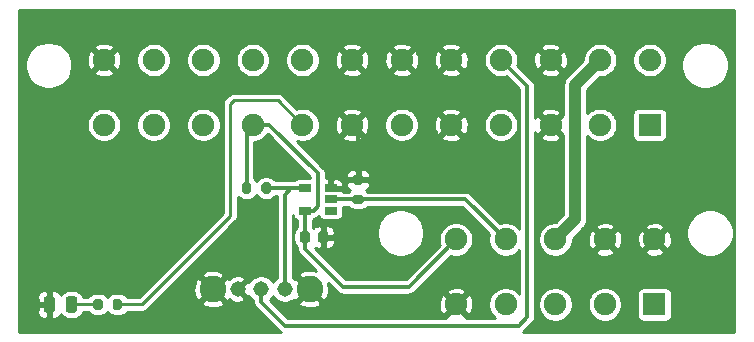
<source format=gbr>
%TF.GenerationSoftware,KiCad,Pcbnew,5.1.9+dfsg1-1~bpo10+1*%
%TF.CreationDate,2023-02-12T08:43:59+01:00*%
%TF.ProjectId,IIci_ATX,49496369-5f41-4545-982e-6b696361645f,rev?*%
%TF.SameCoordinates,Original*%
%TF.FileFunction,Copper,L1,Top*%
%TF.FilePolarity,Positive*%
%FSLAX46Y46*%
G04 Gerber Fmt 4.6, Leading zero omitted, Abs format (unit mm)*
G04 Created by KiCad (PCBNEW 5.1.9+dfsg1-1~bpo10+1) date 2023-02-12 08:43:59*
%MOMM*%
%LPD*%
G01*
G04 APERTURE LIST*
%TA.AperFunction,ComponentPad*%
%ADD10C,1.900000*%
%TD*%
%TA.AperFunction,ComponentPad*%
%ADD11R,1.900000X1.900000*%
%TD*%
%TA.AperFunction,SMDPad,CuDef*%
%ADD12R,1.060000X0.650000*%
%TD*%
%TA.AperFunction,ComponentPad*%
%ADD13C,1.308000*%
%TD*%
%TA.AperFunction,ComponentPad*%
%ADD14C,2.250000*%
%TD*%
%TA.AperFunction,ViaPad*%
%ADD15C,0.800000*%
%TD*%
%TA.AperFunction,Conductor*%
%ADD16C,0.300000*%
%TD*%
%TA.AperFunction,Conductor*%
%ADD17C,0.250000*%
%TD*%
%TA.AperFunction,Conductor*%
%ADD18C,1.000000*%
%TD*%
%TA.AperFunction,Conductor*%
%ADD19C,0.254000*%
%TD*%
%TA.AperFunction,Conductor*%
%ADD20C,0.100000*%
%TD*%
G04 APERTURE END LIST*
%TO.P,R3,2*%
%TO.N,~MAC-ON*%
%TA.AperFunction,SMDPad,CuDef*%
G36*
G01*
X111025000Y-125925000D02*
X111025000Y-125375000D01*
G75*
G02*
X111225000Y-125175000I200000J0D01*
G01*
X111625000Y-125175000D01*
G75*
G02*
X111825000Y-125375000I0J-200000D01*
G01*
X111825000Y-125925000D01*
G75*
G02*
X111625000Y-126125000I-200000J0D01*
G01*
X111225000Y-126125000D01*
G75*
G02*
X111025000Y-125925000I0J200000D01*
G01*
G37*
%TD.AperFunction*%
%TO.P,R3,1*%
%TO.N,+5VD*%
%TA.AperFunction,SMDPad,CuDef*%
G36*
G01*
X109375000Y-125925000D02*
X109375000Y-125375000D01*
G75*
G02*
X109575000Y-125175000I200000J0D01*
G01*
X109975000Y-125175000D01*
G75*
G02*
X110175000Y-125375000I0J-200000D01*
G01*
X110175000Y-125925000D01*
G75*
G02*
X109975000Y-126125000I-200000J0D01*
G01*
X109575000Y-126125000D01*
G75*
G02*
X109375000Y-125925000I0J200000D01*
G01*
G37*
%TD.AperFunction*%
%TD*%
%TO.P,R2,2*%
%TO.N,Net-(D1-Pad2)*%
%TA.AperFunction,SMDPad,CuDef*%
G36*
G01*
X97575000Y-135225000D02*
X97575000Y-135775000D01*
G75*
G02*
X97375000Y-135975000I-200000J0D01*
G01*
X96975000Y-135975000D01*
G75*
G02*
X96775000Y-135775000I0J200000D01*
G01*
X96775000Y-135225000D01*
G75*
G02*
X96975000Y-135025000I200000J0D01*
G01*
X97375000Y-135025000D01*
G75*
G02*
X97575000Y-135225000I0J-200000D01*
G01*
G37*
%TD.AperFunction*%
%TO.P,R2,1*%
%TO.N,PGOOD*%
%TA.AperFunction,SMDPad,CuDef*%
G36*
G01*
X99225000Y-135225000D02*
X99225000Y-135775000D01*
G75*
G02*
X99025000Y-135975000I-200000J0D01*
G01*
X98625000Y-135975000D01*
G75*
G02*
X98425000Y-135775000I0J200000D01*
G01*
X98425000Y-135225000D01*
G75*
G02*
X98625000Y-135025000I200000J0D01*
G01*
X99025000Y-135025000D01*
G75*
G02*
X99225000Y-135225000I0J-200000D01*
G01*
G37*
%TD.AperFunction*%
%TD*%
D10*
%TO.P,J1,24*%
%TO.N,GND*%
X97700000Y-114800000D03*
%TO.P,J1,23*%
%TO.N,+5V*%
X101900000Y-114800000D03*
%TO.P,J1,22*%
X106100000Y-114800000D03*
%TO.P,J1,21*%
X110300000Y-114800000D03*
%TO.P,J1,20*%
%TO.N,Net-(J1-Pad20)*%
X114500000Y-114800000D03*
%TO.P,J1,19*%
%TO.N,GND*%
X118700000Y-114800000D03*
%TO.P,J1,18*%
X122900000Y-114800000D03*
%TO.P,J1,17*%
X127100000Y-114800000D03*
%TO.P,J1,16*%
%TO.N,~PS-ON*%
X131300000Y-114800000D03*
%TO.P,J1,15*%
%TO.N,GND*%
X135500000Y-114800000D03*
%TO.P,J1,14*%
%TO.N,-12V*%
X139700000Y-114800000D03*
%TO.P,J1,13*%
%TO.N,Net-(J1-Pad13)*%
X143900000Y-114800000D03*
%TO.P,J1,12*%
%TO.N,Net-(J1-Pad12)*%
X97700000Y-120300000D03*
%TO.P,J1,11*%
%TO.N,+12V*%
X101900000Y-120300000D03*
%TO.P,J1,10*%
X106100000Y-120300000D03*
%TO.P,J1,9*%
%TO.N,+5VD*%
X110300000Y-120300000D03*
%TO.P,J1,8*%
%TO.N,PGOOD*%
X114500000Y-120300000D03*
%TO.P,J1,7*%
%TO.N,GND*%
X118700000Y-120300000D03*
%TO.P,J1,6*%
%TO.N,+5V*%
X122900000Y-120300000D03*
%TO.P,J1,5*%
%TO.N,GND*%
X127100000Y-120300000D03*
%TO.P,J1,4*%
%TO.N,+5V*%
X131300000Y-120300000D03*
%TO.P,J1,3*%
%TO.N,GND*%
X135500000Y-120300000D03*
%TO.P,J1,2*%
%TO.N,Net-(J1-Pad2)*%
X139700000Y-120300000D03*
D11*
%TO.P,J1,1*%
%TO.N,Net-(J1-Pad1)*%
X143900000Y-120300000D03*
%TD*%
%TO.P,D1,2*%
%TO.N,Net-(D1-Pad2)*%
%TA.AperFunction,SMDPad,CuDef*%
G36*
G01*
X94450000Y-135956250D02*
X94450000Y-135043750D01*
G75*
G02*
X94693750Y-134800000I243750J0D01*
G01*
X95181250Y-134800000D01*
G75*
G02*
X95425000Y-135043750I0J-243750D01*
G01*
X95425000Y-135956250D01*
G75*
G02*
X95181250Y-136200000I-243750J0D01*
G01*
X94693750Y-136200000D01*
G75*
G02*
X94450000Y-135956250I0J243750D01*
G01*
G37*
%TD.AperFunction*%
%TO.P,D1,1*%
%TO.N,GND*%
%TA.AperFunction,SMDPad,CuDef*%
G36*
G01*
X92575000Y-135956250D02*
X92575000Y-135043750D01*
G75*
G02*
X92818750Y-134800000I243750J0D01*
G01*
X93306250Y-134800000D01*
G75*
G02*
X93550000Y-135043750I0J-243750D01*
G01*
X93550000Y-135956250D01*
G75*
G02*
X93306250Y-136200000I-243750J0D01*
G01*
X92818750Y-136200000D01*
G75*
G02*
X92575000Y-135956250I0J243750D01*
G01*
G37*
%TD.AperFunction*%
%TD*%
D12*
%TO.P,U2,5*%
%TO.N,+5VD*%
X114700000Y-127550000D03*
%TO.P,U2,4*%
%TO.N,~MAC-ON*%
X114700000Y-125650000D03*
%TO.P,U2,3*%
%TO.N,GND*%
X116900000Y-125650000D03*
%TO.P,U2,2*%
%TO.N,MAC-ON*%
X116900000Y-126600000D03*
%TO.P,U2,1*%
%TO.N,N/C*%
X116900000Y-127550000D03*
%TD*%
%TO.P,R1,2*%
%TO.N,GND*%
%TA.AperFunction,SMDPad,CuDef*%
G36*
G01*
X119475000Y-125350000D02*
X118925000Y-125350000D01*
G75*
G02*
X118725000Y-125150000I0J200000D01*
G01*
X118725000Y-124750000D01*
G75*
G02*
X118925000Y-124550000I200000J0D01*
G01*
X119475000Y-124550000D01*
G75*
G02*
X119675000Y-124750000I0J-200000D01*
G01*
X119675000Y-125150000D01*
G75*
G02*
X119475000Y-125350000I-200000J0D01*
G01*
G37*
%TD.AperFunction*%
%TO.P,R1,1*%
%TO.N,MAC-ON*%
%TA.AperFunction,SMDPad,CuDef*%
G36*
G01*
X119475000Y-127000000D02*
X118925000Y-127000000D01*
G75*
G02*
X118725000Y-126800000I0J200000D01*
G01*
X118725000Y-126400000D01*
G75*
G02*
X118925000Y-126200000I200000J0D01*
G01*
X119475000Y-126200000D01*
G75*
G02*
X119675000Y-126400000I0J-200000D01*
G01*
X119675000Y-126800000D01*
G75*
G02*
X119475000Y-127000000I-200000J0D01*
G01*
G37*
%TD.AperFunction*%
%TD*%
%TO.P,C1,2*%
%TO.N,+5VD*%
%TA.AperFunction,SMDPad,CuDef*%
G36*
G01*
X115150000Y-129550000D02*
X115150000Y-130050000D01*
G75*
G02*
X114925000Y-130275000I-225000J0D01*
G01*
X114475000Y-130275000D01*
G75*
G02*
X114250000Y-130050000I0J225000D01*
G01*
X114250000Y-129550000D01*
G75*
G02*
X114475000Y-129325000I225000J0D01*
G01*
X114925000Y-129325000D01*
G75*
G02*
X115150000Y-129550000I0J-225000D01*
G01*
G37*
%TD.AperFunction*%
%TO.P,C1,1*%
%TO.N,GND*%
%TA.AperFunction,SMDPad,CuDef*%
G36*
G01*
X116700000Y-129550000D02*
X116700000Y-130050000D01*
G75*
G02*
X116475000Y-130275000I-225000J0D01*
G01*
X116025000Y-130275000D01*
G75*
G02*
X115800000Y-130050000I0J225000D01*
G01*
X115800000Y-129550000D01*
G75*
G02*
X116025000Y-129325000I225000J0D01*
G01*
X116475000Y-129325000D01*
G75*
G02*
X116700000Y-129550000I0J-225000D01*
G01*
G37*
%TD.AperFunction*%
%TD*%
D13*
%TO.P,U1,3*%
%TO.N,GND*%
X109000000Y-134200000D03*
%TO.P,U1,1*%
%TO.N,~MAC-ON*%
X113000000Y-134200000D03*
%TO.P,U1,2*%
%TO.N,~PS-ON*%
X111000000Y-134200000D03*
D14*
%TO.P,U1,G1*%
%TO.N,GND*%
X115100000Y-134200000D03*
%TO.P,U1,G2*%
X106900000Y-134200000D03*
%TD*%
D10*
%TO.P,J2,10*%
%TO.N,+5VD*%
X127500000Y-130000000D03*
%TO.P,J2,9*%
%TO.N,MAC-ON*%
X131700000Y-130000000D03*
%TO.P,J2,8*%
%TO.N,-12V*%
X135900000Y-130000000D03*
%TO.P,J2,5*%
%TO.N,GND*%
X127500000Y-135500000D03*
%TO.P,J2,4*%
%TO.N,+5V*%
X131700000Y-135500000D03*
%TO.P,J2,3*%
X135900000Y-135500000D03*
%TO.P,J2,7*%
%TO.N,GND*%
X140100000Y-130000000D03*
%TO.P,J2,6*%
X144300000Y-130000000D03*
%TO.P,J2,2*%
%TO.N,+5V*%
X140100000Y-135500000D03*
D11*
%TO.P,J2,1*%
%TO.N,+12V*%
X144300000Y-135500000D03*
%TD*%
D15*
%TO.N,GND*%
X100000000Y-132000000D03*
X119000000Y-130000000D03*
X113000000Y-124500000D03*
%TD*%
D16*
%TO.N,GND*%
X116900000Y-122100000D02*
X118700000Y-120300000D01*
X116900000Y-125650000D02*
X116900000Y-122100000D01*
D17*
X119200000Y-120800000D02*
X118700000Y-120300000D01*
D16*
X119200000Y-124950000D02*
X119200000Y-120800000D01*
%TO.N,~PS-ON*%
X131300000Y-114800000D02*
X133500000Y-117000000D01*
X133500000Y-117000000D02*
X133500000Y-136600000D01*
X133500000Y-136600000D02*
X132800000Y-137300000D01*
X132800000Y-137300000D02*
X113000000Y-137300000D01*
X111000000Y-135300000D02*
X111000000Y-134200000D01*
X113000000Y-137300000D02*
X111000000Y-135300000D01*
D18*
%TO.N,-12V*%
X137600000Y-128300000D02*
X135900000Y-130000000D01*
X139700000Y-114800000D02*
X137600000Y-116900000D01*
X137600000Y-116900000D02*
X137600000Y-128300000D01*
D16*
%TO.N,+5VD*%
X114700000Y-127550000D02*
X114700000Y-129800000D01*
X114700000Y-127550000D02*
X115450000Y-127550000D01*
X115450000Y-127550000D02*
X115800000Y-127200000D01*
X115800000Y-127200000D02*
X115800000Y-124400000D01*
X111700000Y-120300000D02*
X110300000Y-120300000D01*
X115800000Y-124400000D02*
X111700000Y-120300000D01*
X114700000Y-130700000D02*
X114700000Y-129800000D01*
X114700000Y-130700000D02*
X114700000Y-130800000D01*
X114700000Y-130800000D02*
X117900000Y-134000000D01*
X123500000Y-134000000D02*
X127500000Y-130000000D01*
X117900000Y-134000000D02*
X123500000Y-134000000D01*
X109775000Y-120825000D02*
X110300000Y-120300000D01*
X109775000Y-125650000D02*
X109775000Y-120825000D01*
D17*
%TO.N,PGOOD*%
X114500000Y-120300000D02*
X112400000Y-118200000D01*
X112400000Y-118200000D02*
X108700000Y-118200000D01*
X108700000Y-118200000D02*
X108400000Y-118500000D01*
X108400000Y-118500000D02*
X108400000Y-128000000D01*
X100900000Y-135500000D02*
X98825000Y-135500000D01*
X108400000Y-128000000D02*
X100900000Y-135500000D01*
D16*
%TO.N,MAC-ON*%
X116900000Y-126600000D02*
X119200000Y-126600000D01*
X128300000Y-126600000D02*
X119200000Y-126600000D01*
X131700000Y-130000000D02*
X128300000Y-126600000D01*
%TO.N,~MAC-ON*%
X113000000Y-127350000D02*
X113000000Y-134200000D01*
X113000000Y-127350000D02*
X113000000Y-126200000D01*
X113550000Y-125650000D02*
X113000000Y-126200000D01*
X114700000Y-125650000D02*
X113550000Y-125650000D01*
X113550000Y-125650000D02*
X111425000Y-125650000D01*
D17*
%TO.N,Net-(D1-Pad2)*%
X94937500Y-135500000D02*
X97175000Y-135500000D01*
%TD*%
D19*
%TO.N,GND*%
X151064001Y-137864000D02*
X133147046Y-137864000D01*
X133169008Y-137852261D01*
X133244437Y-137790358D01*
X133244438Y-137790357D01*
X133269659Y-137769659D01*
X133290358Y-137744437D01*
X133944437Y-137090358D01*
X133969659Y-137069659D01*
X134052260Y-136969009D01*
X134113639Y-136854178D01*
X134151436Y-136729579D01*
X134161000Y-136632471D01*
X134161000Y-136632461D01*
X134164197Y-136600001D01*
X134161000Y-136567541D01*
X134161000Y-135356104D01*
X134439000Y-135356104D01*
X134439000Y-135643896D01*
X134495146Y-135926158D01*
X134605279Y-136192043D01*
X134765167Y-136431333D01*
X134968667Y-136634833D01*
X135207957Y-136794721D01*
X135473842Y-136904854D01*
X135756104Y-136961000D01*
X136043896Y-136961000D01*
X136326158Y-136904854D01*
X136592043Y-136794721D01*
X136831333Y-136634833D01*
X137034833Y-136431333D01*
X137194721Y-136192043D01*
X137304854Y-135926158D01*
X137361000Y-135643896D01*
X137361000Y-135356104D01*
X138639000Y-135356104D01*
X138639000Y-135643896D01*
X138695146Y-135926158D01*
X138805279Y-136192043D01*
X138965167Y-136431333D01*
X139168667Y-136634833D01*
X139407957Y-136794721D01*
X139673842Y-136904854D01*
X139956104Y-136961000D01*
X140243896Y-136961000D01*
X140526158Y-136904854D01*
X140792043Y-136794721D01*
X141031333Y-136634833D01*
X141234833Y-136431333D01*
X141394721Y-136192043D01*
X141504854Y-135926158D01*
X141561000Y-135643896D01*
X141561000Y-135356104D01*
X141504854Y-135073842D01*
X141394721Y-134807957D01*
X141234833Y-134568667D01*
X141216166Y-134550000D01*
X142836528Y-134550000D01*
X142836528Y-136450000D01*
X142846394Y-136550173D01*
X142875614Y-136646497D01*
X142923064Y-136735270D01*
X142986920Y-136813080D01*
X143064730Y-136876936D01*
X143153503Y-136924386D01*
X143249827Y-136953606D01*
X143350000Y-136963472D01*
X145250000Y-136963472D01*
X145350173Y-136953606D01*
X145446497Y-136924386D01*
X145535270Y-136876936D01*
X145613080Y-136813080D01*
X145676936Y-136735270D01*
X145724386Y-136646497D01*
X145753606Y-136550173D01*
X145763472Y-136450000D01*
X145763472Y-134550000D01*
X145753606Y-134449827D01*
X145724386Y-134353503D01*
X145676936Y-134264730D01*
X145613080Y-134186920D01*
X145535270Y-134123064D01*
X145446497Y-134075614D01*
X145350173Y-134046394D01*
X145250000Y-134036528D01*
X143350000Y-134036528D01*
X143249827Y-134046394D01*
X143153503Y-134075614D01*
X143064730Y-134123064D01*
X142986920Y-134186920D01*
X142923064Y-134264730D01*
X142875614Y-134353503D01*
X142846394Y-134449827D01*
X142836528Y-134550000D01*
X141216166Y-134550000D01*
X141031333Y-134365167D01*
X140792043Y-134205279D01*
X140526158Y-134095146D01*
X140243896Y-134039000D01*
X139956104Y-134039000D01*
X139673842Y-134095146D01*
X139407957Y-134205279D01*
X139168667Y-134365167D01*
X138965167Y-134568667D01*
X138805279Y-134807957D01*
X138695146Y-135073842D01*
X138639000Y-135356104D01*
X137361000Y-135356104D01*
X137304854Y-135073842D01*
X137194721Y-134807957D01*
X137034833Y-134568667D01*
X136831333Y-134365167D01*
X136592043Y-134205279D01*
X136326158Y-134095146D01*
X136043896Y-134039000D01*
X135756104Y-134039000D01*
X135473842Y-134095146D01*
X135207957Y-134205279D01*
X134968667Y-134365167D01*
X134765167Y-134568667D01*
X134605279Y-134807957D01*
X134495146Y-135073842D01*
X134439000Y-135356104D01*
X134161000Y-135356104D01*
X134161000Y-129856104D01*
X134439000Y-129856104D01*
X134439000Y-130143896D01*
X134495146Y-130426158D01*
X134605279Y-130692043D01*
X134765167Y-130931333D01*
X134968667Y-131134833D01*
X135207957Y-131294721D01*
X135473842Y-131404854D01*
X135756104Y-131461000D01*
X136043896Y-131461000D01*
X136326158Y-131404854D01*
X136592043Y-131294721D01*
X136831333Y-131134833D01*
X136932879Y-131033287D01*
X139246318Y-131033287D01*
X139343071Y-131257889D01*
X139603017Y-131381388D01*
X139882062Y-131451801D01*
X140169482Y-131466423D01*
X140454232Y-131424690D01*
X140725369Y-131328207D01*
X140856929Y-131257889D01*
X140953682Y-131033287D01*
X143446318Y-131033287D01*
X143543071Y-131257889D01*
X143803017Y-131381388D01*
X144082062Y-131451801D01*
X144369482Y-131466423D01*
X144654232Y-131424690D01*
X144925369Y-131328207D01*
X145056929Y-131257889D01*
X145153682Y-131033287D01*
X144300000Y-130179605D01*
X143446318Y-131033287D01*
X140953682Y-131033287D01*
X140100000Y-130179605D01*
X139246318Y-131033287D01*
X136932879Y-131033287D01*
X137034833Y-130931333D01*
X137194721Y-130692043D01*
X137304854Y-130426158D01*
X137361000Y-130143896D01*
X137361000Y-130069482D01*
X138633577Y-130069482D01*
X138675310Y-130354232D01*
X138771793Y-130625369D01*
X138842111Y-130756929D01*
X139066713Y-130853682D01*
X139920395Y-130000000D01*
X140279605Y-130000000D01*
X141133287Y-130853682D01*
X141357889Y-130756929D01*
X141481388Y-130496983D01*
X141551801Y-130217938D01*
X141559353Y-130069482D01*
X142833577Y-130069482D01*
X142875310Y-130354232D01*
X142971793Y-130625369D01*
X143042111Y-130756929D01*
X143266713Y-130853682D01*
X144120395Y-130000000D01*
X144479605Y-130000000D01*
X145333287Y-130853682D01*
X145557889Y-130756929D01*
X145681388Y-130496983D01*
X145751801Y-130217938D01*
X145766423Y-129930518D01*
X145724690Y-129645768D01*
X145628207Y-129374631D01*
X145557889Y-129243071D01*
X145555250Y-129241934D01*
X146989000Y-129241934D01*
X146989000Y-129638066D01*
X147066282Y-130026587D01*
X147217875Y-130392566D01*
X147437955Y-130721938D01*
X147718062Y-131002045D01*
X148047434Y-131222125D01*
X148413413Y-131373718D01*
X148801934Y-131451000D01*
X149198066Y-131451000D01*
X149586587Y-131373718D01*
X149952566Y-131222125D01*
X150281938Y-131002045D01*
X150562045Y-130721938D01*
X150782125Y-130392566D01*
X150933718Y-130026587D01*
X151011000Y-129638066D01*
X151011000Y-129241934D01*
X150933718Y-128853413D01*
X150782125Y-128487434D01*
X150562045Y-128158062D01*
X150281938Y-127877955D01*
X149952566Y-127657875D01*
X149586587Y-127506282D01*
X149198066Y-127429000D01*
X148801934Y-127429000D01*
X148413413Y-127506282D01*
X148047434Y-127657875D01*
X147718062Y-127877955D01*
X147437955Y-128158062D01*
X147217875Y-128487434D01*
X147066282Y-128853413D01*
X146989000Y-129241934D01*
X145555250Y-129241934D01*
X145333287Y-129146318D01*
X144479605Y-130000000D01*
X144120395Y-130000000D01*
X143266713Y-129146318D01*
X143042111Y-129243071D01*
X142918612Y-129503017D01*
X142848199Y-129782062D01*
X142833577Y-130069482D01*
X141559353Y-130069482D01*
X141566423Y-129930518D01*
X141524690Y-129645768D01*
X141428207Y-129374631D01*
X141357889Y-129243071D01*
X141133287Y-129146318D01*
X140279605Y-130000000D01*
X139920395Y-130000000D01*
X139066713Y-129146318D01*
X138842111Y-129243071D01*
X138718612Y-129503017D01*
X138648199Y-129782062D01*
X138633577Y-130069482D01*
X137361000Y-130069482D01*
X137361000Y-129968769D01*
X138279775Y-129049995D01*
X138318343Y-129018343D01*
X138349995Y-128979775D01*
X138349999Y-128979771D01*
X138360715Y-128966713D01*
X139246318Y-128966713D01*
X140100000Y-129820395D01*
X140953682Y-128966713D01*
X143446318Y-128966713D01*
X144300000Y-129820395D01*
X145153682Y-128966713D01*
X145056929Y-128742111D01*
X144796983Y-128618612D01*
X144517938Y-128548199D01*
X144230518Y-128533577D01*
X143945768Y-128575310D01*
X143674631Y-128671793D01*
X143543071Y-128742111D01*
X143446318Y-128966713D01*
X140953682Y-128966713D01*
X140856929Y-128742111D01*
X140596983Y-128618612D01*
X140317938Y-128548199D01*
X140030518Y-128533577D01*
X139745768Y-128575310D01*
X139474631Y-128671793D01*
X139343071Y-128742111D01*
X139246318Y-128966713D01*
X138360715Y-128966713D01*
X138444682Y-128864399D01*
X138538561Y-128688765D01*
X138543709Y-128671793D01*
X138596371Y-128498191D01*
X138611000Y-128349659D01*
X138611000Y-128349650D01*
X138615890Y-128300001D01*
X138611000Y-128250352D01*
X138611000Y-121277166D01*
X138768667Y-121434833D01*
X139007957Y-121594721D01*
X139273842Y-121704854D01*
X139556104Y-121761000D01*
X139843896Y-121761000D01*
X140126158Y-121704854D01*
X140392043Y-121594721D01*
X140631333Y-121434833D01*
X140834833Y-121231333D01*
X140994721Y-120992043D01*
X141104854Y-120726158D01*
X141161000Y-120443896D01*
X141161000Y-120156104D01*
X141104854Y-119873842D01*
X140994721Y-119607957D01*
X140834833Y-119368667D01*
X140816166Y-119350000D01*
X142436528Y-119350000D01*
X142436528Y-121250000D01*
X142446394Y-121350173D01*
X142475614Y-121446497D01*
X142523064Y-121535270D01*
X142586920Y-121613080D01*
X142664730Y-121676936D01*
X142753503Y-121724386D01*
X142849827Y-121753606D01*
X142950000Y-121763472D01*
X144850000Y-121763472D01*
X144950173Y-121753606D01*
X145046497Y-121724386D01*
X145135270Y-121676936D01*
X145213080Y-121613080D01*
X145276936Y-121535270D01*
X145324386Y-121446497D01*
X145353606Y-121350173D01*
X145363472Y-121250000D01*
X145363472Y-119350000D01*
X145353606Y-119249827D01*
X145324386Y-119153503D01*
X145276936Y-119064730D01*
X145213080Y-118986920D01*
X145135270Y-118923064D01*
X145046497Y-118875614D01*
X144950173Y-118846394D01*
X144850000Y-118836528D01*
X142950000Y-118836528D01*
X142849827Y-118846394D01*
X142753503Y-118875614D01*
X142664730Y-118923064D01*
X142586920Y-118986920D01*
X142523064Y-119064730D01*
X142475614Y-119153503D01*
X142446394Y-119249827D01*
X142436528Y-119350000D01*
X140816166Y-119350000D01*
X140631333Y-119165167D01*
X140392043Y-119005279D01*
X140126158Y-118895146D01*
X139843896Y-118839000D01*
X139556104Y-118839000D01*
X139273842Y-118895146D01*
X139007957Y-119005279D01*
X138768667Y-119165167D01*
X138611000Y-119322834D01*
X138611000Y-117318769D01*
X139668770Y-116261000D01*
X139843896Y-116261000D01*
X140126158Y-116204854D01*
X140392043Y-116094721D01*
X140631333Y-115934833D01*
X140834833Y-115731333D01*
X140994721Y-115492043D01*
X141104854Y-115226158D01*
X141161000Y-114943896D01*
X141161000Y-114656104D01*
X142439000Y-114656104D01*
X142439000Y-114943896D01*
X142495146Y-115226158D01*
X142605279Y-115492043D01*
X142765167Y-115731333D01*
X142968667Y-115934833D01*
X143207957Y-116094721D01*
X143473842Y-116204854D01*
X143756104Y-116261000D01*
X144043896Y-116261000D01*
X144326158Y-116204854D01*
X144592043Y-116094721D01*
X144831333Y-115934833D01*
X145034833Y-115731333D01*
X145194721Y-115492043D01*
X145304854Y-115226158D01*
X145337520Y-115061934D01*
X146589000Y-115061934D01*
X146589000Y-115458066D01*
X146666282Y-115846587D01*
X146817875Y-116212566D01*
X147037955Y-116541938D01*
X147318062Y-116822045D01*
X147647434Y-117042125D01*
X148013413Y-117193718D01*
X148401934Y-117271000D01*
X148798066Y-117271000D01*
X149186587Y-117193718D01*
X149552566Y-117042125D01*
X149881938Y-116822045D01*
X150162045Y-116541938D01*
X150382125Y-116212566D01*
X150533718Y-115846587D01*
X150611000Y-115458066D01*
X150611000Y-115061934D01*
X150533718Y-114673413D01*
X150382125Y-114307434D01*
X150162045Y-113978062D01*
X149881938Y-113697955D01*
X149552566Y-113477875D01*
X149186587Y-113326282D01*
X148798066Y-113249000D01*
X148401934Y-113249000D01*
X148013413Y-113326282D01*
X147647434Y-113477875D01*
X147318062Y-113697955D01*
X147037955Y-113978062D01*
X146817875Y-114307434D01*
X146666282Y-114673413D01*
X146589000Y-115061934D01*
X145337520Y-115061934D01*
X145361000Y-114943896D01*
X145361000Y-114656104D01*
X145304854Y-114373842D01*
X145194721Y-114107957D01*
X145034833Y-113868667D01*
X144831333Y-113665167D01*
X144592043Y-113505279D01*
X144326158Y-113395146D01*
X144043896Y-113339000D01*
X143756104Y-113339000D01*
X143473842Y-113395146D01*
X143207957Y-113505279D01*
X142968667Y-113665167D01*
X142765167Y-113868667D01*
X142605279Y-114107957D01*
X142495146Y-114373842D01*
X142439000Y-114656104D01*
X141161000Y-114656104D01*
X141104854Y-114373842D01*
X140994721Y-114107957D01*
X140834833Y-113868667D01*
X140631333Y-113665167D01*
X140392043Y-113505279D01*
X140126158Y-113395146D01*
X139843896Y-113339000D01*
X139556104Y-113339000D01*
X139273842Y-113395146D01*
X139007957Y-113505279D01*
X138768667Y-113665167D01*
X138565167Y-113868667D01*
X138405279Y-114107957D01*
X138295146Y-114373842D01*
X138239000Y-114656104D01*
X138239000Y-114831230D01*
X136920231Y-116150000D01*
X136881657Y-116181657D01*
X136755318Y-116335601D01*
X136661439Y-116511236D01*
X136603629Y-116701810D01*
X136589000Y-116850342D01*
X136589000Y-116850351D01*
X136584110Y-116900000D01*
X136589000Y-116949649D01*
X136589000Y-119470318D01*
X136533287Y-119446318D01*
X135679605Y-120300000D01*
X136533287Y-121153682D01*
X136589000Y-121129682D01*
X136589001Y-127881229D01*
X135931231Y-128539000D01*
X135756104Y-128539000D01*
X135473842Y-128595146D01*
X135207957Y-128705279D01*
X134968667Y-128865167D01*
X134765167Y-129068667D01*
X134605279Y-129307957D01*
X134495146Y-129573842D01*
X134439000Y-129856104D01*
X134161000Y-129856104D01*
X134161000Y-121333287D01*
X134646318Y-121333287D01*
X134743071Y-121557889D01*
X135003017Y-121681388D01*
X135282062Y-121751801D01*
X135569482Y-121766423D01*
X135854232Y-121724690D01*
X136125369Y-121628207D01*
X136256929Y-121557889D01*
X136353682Y-121333287D01*
X135500000Y-120479605D01*
X134646318Y-121333287D01*
X134161000Y-121333287D01*
X134161000Y-120895038D01*
X134171793Y-120925369D01*
X134242111Y-121056929D01*
X134466713Y-121153682D01*
X135320395Y-120300000D01*
X134466713Y-119446318D01*
X134242111Y-119543071D01*
X134161000Y-119713797D01*
X134161000Y-119266713D01*
X134646318Y-119266713D01*
X135500000Y-120120395D01*
X136353682Y-119266713D01*
X136256929Y-119042111D01*
X135996983Y-118918612D01*
X135717938Y-118848199D01*
X135430518Y-118833577D01*
X135145768Y-118875310D01*
X134874631Y-118971793D01*
X134743071Y-119042111D01*
X134646318Y-119266713D01*
X134161000Y-119266713D01*
X134161000Y-117032468D01*
X134164198Y-117000000D01*
X134161000Y-116967529D01*
X134151436Y-116870421D01*
X134113639Y-116745822D01*
X134090114Y-116701810D01*
X134052261Y-116630991D01*
X133990358Y-116555562D01*
X133990354Y-116555558D01*
X133969659Y-116530341D01*
X133944443Y-116509647D01*
X133268083Y-115833287D01*
X134646318Y-115833287D01*
X134743071Y-116057889D01*
X135003017Y-116181388D01*
X135282062Y-116251801D01*
X135569482Y-116266423D01*
X135854232Y-116224690D01*
X136125369Y-116128207D01*
X136256929Y-116057889D01*
X136353682Y-115833287D01*
X135500000Y-114979605D01*
X134646318Y-115833287D01*
X133268083Y-115833287D01*
X132691996Y-115257200D01*
X132704854Y-115226158D01*
X132761000Y-114943896D01*
X132761000Y-114869482D01*
X134033577Y-114869482D01*
X134075310Y-115154232D01*
X134171793Y-115425369D01*
X134242111Y-115556929D01*
X134466713Y-115653682D01*
X135320395Y-114800000D01*
X135679605Y-114800000D01*
X136533287Y-115653682D01*
X136757889Y-115556929D01*
X136881388Y-115296983D01*
X136951801Y-115017938D01*
X136966423Y-114730518D01*
X136924690Y-114445768D01*
X136828207Y-114174631D01*
X136757889Y-114043071D01*
X136533287Y-113946318D01*
X135679605Y-114800000D01*
X135320395Y-114800000D01*
X134466713Y-113946318D01*
X134242111Y-114043071D01*
X134118612Y-114303017D01*
X134048199Y-114582062D01*
X134033577Y-114869482D01*
X132761000Y-114869482D01*
X132761000Y-114656104D01*
X132704854Y-114373842D01*
X132594721Y-114107957D01*
X132434833Y-113868667D01*
X132332879Y-113766713D01*
X134646318Y-113766713D01*
X135500000Y-114620395D01*
X136353682Y-113766713D01*
X136256929Y-113542111D01*
X135996983Y-113418612D01*
X135717938Y-113348199D01*
X135430518Y-113333577D01*
X135145768Y-113375310D01*
X134874631Y-113471793D01*
X134743071Y-113542111D01*
X134646318Y-113766713D01*
X132332879Y-113766713D01*
X132231333Y-113665167D01*
X131992043Y-113505279D01*
X131726158Y-113395146D01*
X131443896Y-113339000D01*
X131156104Y-113339000D01*
X130873842Y-113395146D01*
X130607957Y-113505279D01*
X130368667Y-113665167D01*
X130165167Y-113868667D01*
X130005279Y-114107957D01*
X129895146Y-114373842D01*
X129839000Y-114656104D01*
X129839000Y-114943896D01*
X129895146Y-115226158D01*
X130005279Y-115492043D01*
X130165167Y-115731333D01*
X130368667Y-115934833D01*
X130607957Y-116094721D01*
X130873842Y-116204854D01*
X131156104Y-116261000D01*
X131443896Y-116261000D01*
X131726158Y-116204854D01*
X131757200Y-116191996D01*
X132839000Y-117273796D01*
X132839001Y-129074904D01*
X132834833Y-129068667D01*
X132631333Y-128865167D01*
X132392043Y-128705279D01*
X132126158Y-128595146D01*
X131843896Y-128539000D01*
X131556104Y-128539000D01*
X131273842Y-128595146D01*
X131242799Y-128608004D01*
X128790358Y-126155563D01*
X128769659Y-126130341D01*
X128669009Y-126047740D01*
X128669010Y-126047740D01*
X128669008Y-126047739D01*
X128615256Y-126019008D01*
X128554178Y-125986361D01*
X128429579Y-125948564D01*
X128332471Y-125939000D01*
X128332468Y-125939000D01*
X128300000Y-125935802D01*
X128267532Y-125939000D01*
X120015201Y-125939000D01*
X119979501Y-125895499D01*
X119884429Y-125817475D01*
X119960270Y-125776937D01*
X120038080Y-125713080D01*
X120101937Y-125635270D01*
X120149387Y-125546498D01*
X120178607Y-125450174D01*
X120188473Y-125350000D01*
X120186000Y-125204750D01*
X120058250Y-125077000D01*
X119327000Y-125077000D01*
X119327000Y-125097000D01*
X119073000Y-125097000D01*
X119073000Y-125077000D01*
X118341750Y-125077000D01*
X118214000Y-125204750D01*
X118211527Y-125350000D01*
X118221393Y-125450174D01*
X118250613Y-125546498D01*
X118298063Y-125635270D01*
X118361920Y-125713080D01*
X118439730Y-125776937D01*
X118515571Y-125817475D01*
X118420499Y-125895499D01*
X118384799Y-125939000D01*
X117942206Y-125939000D01*
X117941000Y-125904750D01*
X117813250Y-125777000D01*
X117548653Y-125777000D01*
X117530173Y-125771394D01*
X117430000Y-125761528D01*
X116753000Y-125761528D01*
X116753000Y-125523000D01*
X116773000Y-125523000D01*
X116773000Y-124941750D01*
X117027000Y-124941750D01*
X117027000Y-125523000D01*
X117813250Y-125523000D01*
X117941000Y-125395250D01*
X117943473Y-125325000D01*
X117933607Y-125224826D01*
X117904387Y-125128502D01*
X117856937Y-125039730D01*
X117793080Y-124961920D01*
X117715270Y-124898063D01*
X117626498Y-124850613D01*
X117530174Y-124821393D01*
X117430000Y-124811527D01*
X117154750Y-124814000D01*
X117027000Y-124941750D01*
X116773000Y-124941750D01*
X116645250Y-124814000D01*
X116461000Y-124812345D01*
X116461000Y-124550000D01*
X118211527Y-124550000D01*
X118214000Y-124695250D01*
X118341750Y-124823000D01*
X119073000Y-124823000D01*
X119073000Y-124166750D01*
X119327000Y-124166750D01*
X119327000Y-124823000D01*
X120058250Y-124823000D01*
X120186000Y-124695250D01*
X120188473Y-124550000D01*
X120178607Y-124449826D01*
X120149387Y-124353502D01*
X120101937Y-124264730D01*
X120038080Y-124186920D01*
X119960270Y-124123063D01*
X119871498Y-124075613D01*
X119775174Y-124046393D01*
X119675000Y-124036527D01*
X119454750Y-124039000D01*
X119327000Y-124166750D01*
X119073000Y-124166750D01*
X118945250Y-124039000D01*
X118725000Y-124036527D01*
X118624826Y-124046393D01*
X118528502Y-124075613D01*
X118439730Y-124123063D01*
X118361920Y-124186920D01*
X118298063Y-124264730D01*
X118250613Y-124353502D01*
X118221393Y-124449826D01*
X118211527Y-124550000D01*
X116461000Y-124550000D01*
X116461000Y-124432468D01*
X116464198Y-124400000D01*
X116461000Y-124367529D01*
X116451436Y-124270421D01*
X116413639Y-124145822D01*
X116401474Y-124123063D01*
X116352261Y-124030991D01*
X116290358Y-123955563D01*
X116269659Y-123930341D01*
X116244437Y-123909642D01*
X114015471Y-121680676D01*
X114073842Y-121704854D01*
X114356104Y-121761000D01*
X114643896Y-121761000D01*
X114926158Y-121704854D01*
X115192043Y-121594721D01*
X115431333Y-121434833D01*
X115532879Y-121333287D01*
X117846318Y-121333287D01*
X117943071Y-121557889D01*
X118203017Y-121681388D01*
X118482062Y-121751801D01*
X118769482Y-121766423D01*
X119054232Y-121724690D01*
X119325369Y-121628207D01*
X119456929Y-121557889D01*
X119553682Y-121333287D01*
X118700000Y-120479605D01*
X117846318Y-121333287D01*
X115532879Y-121333287D01*
X115634833Y-121231333D01*
X115794721Y-120992043D01*
X115904854Y-120726158D01*
X115961000Y-120443896D01*
X115961000Y-120369482D01*
X117233577Y-120369482D01*
X117275310Y-120654232D01*
X117371793Y-120925369D01*
X117442111Y-121056929D01*
X117666713Y-121153682D01*
X118520395Y-120300000D01*
X118879605Y-120300000D01*
X119733287Y-121153682D01*
X119957889Y-121056929D01*
X120081388Y-120796983D01*
X120151801Y-120517938D01*
X120166423Y-120230518D01*
X120155517Y-120156104D01*
X121439000Y-120156104D01*
X121439000Y-120443896D01*
X121495146Y-120726158D01*
X121605279Y-120992043D01*
X121765167Y-121231333D01*
X121968667Y-121434833D01*
X122207957Y-121594721D01*
X122473842Y-121704854D01*
X122756104Y-121761000D01*
X123043896Y-121761000D01*
X123326158Y-121704854D01*
X123592043Y-121594721D01*
X123831333Y-121434833D01*
X123932879Y-121333287D01*
X126246318Y-121333287D01*
X126343071Y-121557889D01*
X126603017Y-121681388D01*
X126882062Y-121751801D01*
X127169482Y-121766423D01*
X127454232Y-121724690D01*
X127725369Y-121628207D01*
X127856929Y-121557889D01*
X127953682Y-121333287D01*
X127100000Y-120479605D01*
X126246318Y-121333287D01*
X123932879Y-121333287D01*
X124034833Y-121231333D01*
X124194721Y-120992043D01*
X124304854Y-120726158D01*
X124361000Y-120443896D01*
X124361000Y-120369482D01*
X125633577Y-120369482D01*
X125675310Y-120654232D01*
X125771793Y-120925369D01*
X125842111Y-121056929D01*
X126066713Y-121153682D01*
X126920395Y-120300000D01*
X127279605Y-120300000D01*
X128133287Y-121153682D01*
X128357889Y-121056929D01*
X128481388Y-120796983D01*
X128551801Y-120517938D01*
X128566423Y-120230518D01*
X128555517Y-120156104D01*
X129839000Y-120156104D01*
X129839000Y-120443896D01*
X129895146Y-120726158D01*
X130005279Y-120992043D01*
X130165167Y-121231333D01*
X130368667Y-121434833D01*
X130607957Y-121594721D01*
X130873842Y-121704854D01*
X131156104Y-121761000D01*
X131443896Y-121761000D01*
X131726158Y-121704854D01*
X131992043Y-121594721D01*
X132231333Y-121434833D01*
X132434833Y-121231333D01*
X132594721Y-120992043D01*
X132704854Y-120726158D01*
X132761000Y-120443896D01*
X132761000Y-120156104D01*
X132704854Y-119873842D01*
X132594721Y-119607957D01*
X132434833Y-119368667D01*
X132231333Y-119165167D01*
X131992043Y-119005279D01*
X131726158Y-118895146D01*
X131443896Y-118839000D01*
X131156104Y-118839000D01*
X130873842Y-118895146D01*
X130607957Y-119005279D01*
X130368667Y-119165167D01*
X130165167Y-119368667D01*
X130005279Y-119607957D01*
X129895146Y-119873842D01*
X129839000Y-120156104D01*
X128555517Y-120156104D01*
X128524690Y-119945768D01*
X128428207Y-119674631D01*
X128357889Y-119543071D01*
X128133287Y-119446318D01*
X127279605Y-120300000D01*
X126920395Y-120300000D01*
X126066713Y-119446318D01*
X125842111Y-119543071D01*
X125718612Y-119803017D01*
X125648199Y-120082062D01*
X125633577Y-120369482D01*
X124361000Y-120369482D01*
X124361000Y-120156104D01*
X124304854Y-119873842D01*
X124194721Y-119607957D01*
X124034833Y-119368667D01*
X123932879Y-119266713D01*
X126246318Y-119266713D01*
X127100000Y-120120395D01*
X127953682Y-119266713D01*
X127856929Y-119042111D01*
X127596983Y-118918612D01*
X127317938Y-118848199D01*
X127030518Y-118833577D01*
X126745768Y-118875310D01*
X126474631Y-118971793D01*
X126343071Y-119042111D01*
X126246318Y-119266713D01*
X123932879Y-119266713D01*
X123831333Y-119165167D01*
X123592043Y-119005279D01*
X123326158Y-118895146D01*
X123043896Y-118839000D01*
X122756104Y-118839000D01*
X122473842Y-118895146D01*
X122207957Y-119005279D01*
X121968667Y-119165167D01*
X121765167Y-119368667D01*
X121605279Y-119607957D01*
X121495146Y-119873842D01*
X121439000Y-120156104D01*
X120155517Y-120156104D01*
X120124690Y-119945768D01*
X120028207Y-119674631D01*
X119957889Y-119543071D01*
X119733287Y-119446318D01*
X118879605Y-120300000D01*
X118520395Y-120300000D01*
X117666713Y-119446318D01*
X117442111Y-119543071D01*
X117318612Y-119803017D01*
X117248199Y-120082062D01*
X117233577Y-120369482D01*
X115961000Y-120369482D01*
X115961000Y-120156104D01*
X115904854Y-119873842D01*
X115794721Y-119607957D01*
X115634833Y-119368667D01*
X115532879Y-119266713D01*
X117846318Y-119266713D01*
X118700000Y-120120395D01*
X119553682Y-119266713D01*
X119456929Y-119042111D01*
X119196983Y-118918612D01*
X118917938Y-118848199D01*
X118630518Y-118833577D01*
X118345768Y-118875310D01*
X118074631Y-118971793D01*
X117943071Y-119042111D01*
X117846318Y-119266713D01*
X115532879Y-119266713D01*
X115431333Y-119165167D01*
X115192043Y-119005279D01*
X114926158Y-118895146D01*
X114643896Y-118839000D01*
X114356104Y-118839000D01*
X114073842Y-118895146D01*
X114017799Y-118918360D01*
X112871817Y-117772378D01*
X112851896Y-117748104D01*
X112755052Y-117668627D01*
X112644564Y-117609570D01*
X112524678Y-117573203D01*
X112431241Y-117564000D01*
X112431240Y-117564000D01*
X112400000Y-117560923D01*
X112368760Y-117564000D01*
X108731240Y-117564000D01*
X108699999Y-117560923D01*
X108668759Y-117564000D01*
X108575322Y-117573203D01*
X108455436Y-117609570D01*
X108344948Y-117668627D01*
X108248104Y-117748104D01*
X108228183Y-117772378D01*
X107972378Y-118028183D01*
X107948104Y-118048104D01*
X107868627Y-118144949D01*
X107809570Y-118255437D01*
X107788566Y-118324678D01*
X107773203Y-118375323D01*
X107760923Y-118500000D01*
X107764000Y-118531240D01*
X107764001Y-127736560D01*
X100636561Y-134864000D01*
X99637143Y-134864000D01*
X99618230Y-134828616D01*
X99529501Y-134720499D01*
X99421384Y-134631770D01*
X99298034Y-134565838D01*
X99164191Y-134525237D01*
X99025000Y-134511528D01*
X98625000Y-134511528D01*
X98485809Y-134525237D01*
X98351966Y-134565838D01*
X98228616Y-134631770D01*
X98120499Y-134720499D01*
X98031770Y-134828616D01*
X98000000Y-134888053D01*
X97968230Y-134828616D01*
X97879501Y-134720499D01*
X97771384Y-134631770D01*
X97648034Y-134565838D01*
X97514191Y-134525237D01*
X97375000Y-134511528D01*
X96975000Y-134511528D01*
X96835809Y-134525237D01*
X96701966Y-134565838D01*
X96578616Y-134631770D01*
X96470499Y-134720499D01*
X96381770Y-134828616D01*
X96362857Y-134864000D01*
X95914208Y-134864000D01*
X95880832Y-134753974D01*
X95810857Y-134623060D01*
X95716687Y-134508313D01*
X95601940Y-134414143D01*
X95471026Y-134344168D01*
X95328977Y-134301078D01*
X95181250Y-134286528D01*
X94693750Y-134286528D01*
X94546023Y-134301078D01*
X94403974Y-134344168D01*
X94273060Y-134414143D01*
X94158313Y-134508313D01*
X94064143Y-134623060D01*
X94042566Y-134663428D01*
X94024387Y-134603502D01*
X93976937Y-134514730D01*
X93913080Y-134436920D01*
X93835270Y-134373063D01*
X93746498Y-134325613D01*
X93650174Y-134296393D01*
X93550000Y-134286527D01*
X93317250Y-134289000D01*
X93189500Y-134416750D01*
X93189500Y-135373000D01*
X93209500Y-135373000D01*
X93209500Y-135627000D01*
X93189500Y-135627000D01*
X93189500Y-136583250D01*
X93317250Y-136711000D01*
X93550000Y-136713473D01*
X93650174Y-136703607D01*
X93746498Y-136674387D01*
X93835270Y-136626937D01*
X93913080Y-136563080D01*
X93976937Y-136485270D01*
X94024387Y-136396498D01*
X94042566Y-136336572D01*
X94064143Y-136376940D01*
X94158313Y-136491687D01*
X94273060Y-136585857D01*
X94403974Y-136655832D01*
X94546023Y-136698922D01*
X94693750Y-136713472D01*
X95181250Y-136713472D01*
X95328977Y-136698922D01*
X95471026Y-136655832D01*
X95601940Y-136585857D01*
X95716687Y-136491687D01*
X95810857Y-136376940D01*
X95880832Y-136246026D01*
X95914208Y-136136000D01*
X96362857Y-136136000D01*
X96381770Y-136171384D01*
X96470499Y-136279501D01*
X96578616Y-136368230D01*
X96701966Y-136434162D01*
X96835809Y-136474763D01*
X96975000Y-136488472D01*
X97375000Y-136488472D01*
X97514191Y-136474763D01*
X97648034Y-136434162D01*
X97771384Y-136368230D01*
X97879501Y-136279501D01*
X97968230Y-136171384D01*
X98000000Y-136111947D01*
X98031770Y-136171384D01*
X98120499Y-136279501D01*
X98228616Y-136368230D01*
X98351966Y-136434162D01*
X98485809Y-136474763D01*
X98625000Y-136488472D01*
X99025000Y-136488472D01*
X99164191Y-136474763D01*
X99298034Y-136434162D01*
X99421384Y-136368230D01*
X99529501Y-136279501D01*
X99618230Y-136171384D01*
X99637143Y-136136000D01*
X100868760Y-136136000D01*
X100900000Y-136139077D01*
X100931240Y-136136000D01*
X100931241Y-136136000D01*
X101024678Y-136126797D01*
X101144564Y-136090430D01*
X101255052Y-136031373D01*
X101351896Y-135951896D01*
X101371817Y-135927622D01*
X101941313Y-135358126D01*
X105921479Y-135358126D01*
X106039363Y-135600630D01*
X106329149Y-135741619D01*
X106640873Y-135823365D01*
X106962555Y-135842726D01*
X107281833Y-135798958D01*
X107586437Y-135693743D01*
X107760637Y-135600630D01*
X107878521Y-135358126D01*
X106900000Y-134379605D01*
X105921479Y-135358126D01*
X101941313Y-135358126D01*
X103036884Y-134262555D01*
X105257274Y-134262555D01*
X105301042Y-134581833D01*
X105406257Y-134886437D01*
X105499370Y-135060637D01*
X105741874Y-135178521D01*
X106720395Y-134200000D01*
X107079605Y-134200000D01*
X108058126Y-135178521D01*
X108236938Y-135091599D01*
X108262473Y-135117134D01*
X108357860Y-135021748D01*
X108418724Y-135216124D01*
X108628129Y-135310001D01*
X108851825Y-135361221D01*
X109081215Y-135367817D01*
X109307485Y-135329533D01*
X109521937Y-135247842D01*
X109581276Y-135216124D01*
X109642141Y-135021746D01*
X109000000Y-134379605D01*
X108985858Y-134393748D01*
X108806253Y-134214143D01*
X108820395Y-134200000D01*
X108806253Y-134185858D01*
X108985858Y-134006253D01*
X109000000Y-134020395D01*
X109642141Y-133378254D01*
X109581276Y-133183876D01*
X109371871Y-133089999D01*
X109148175Y-133038779D01*
X108918785Y-133032183D01*
X108692515Y-133070467D01*
X108478063Y-133152158D01*
X108418724Y-133183876D01*
X108357860Y-133378252D01*
X108262473Y-133282866D01*
X108236938Y-133308401D01*
X108058126Y-133221479D01*
X107079605Y-134200000D01*
X106720395Y-134200000D01*
X105741874Y-133221479D01*
X105499370Y-133339363D01*
X105358381Y-133629149D01*
X105276635Y-133940873D01*
X105257274Y-134262555D01*
X103036884Y-134262555D01*
X104257565Y-133041874D01*
X105921479Y-133041874D01*
X106900000Y-134020395D01*
X107878521Y-133041874D01*
X107760637Y-132799370D01*
X107470851Y-132658381D01*
X107159127Y-132576635D01*
X106837445Y-132557274D01*
X106518167Y-132601042D01*
X106213563Y-132706257D01*
X106039363Y-132799370D01*
X105921479Y-133041874D01*
X104257565Y-133041874D01*
X108827622Y-128471817D01*
X108851896Y-128451896D01*
X108931373Y-128355052D01*
X108990430Y-128244564D01*
X109026797Y-128124678D01*
X109036000Y-128031241D01*
X109039077Y-128000000D01*
X109036000Y-127968760D01*
X109036000Y-126387464D01*
X109070499Y-126429501D01*
X109178616Y-126518230D01*
X109301966Y-126584162D01*
X109435809Y-126624763D01*
X109575000Y-126638472D01*
X109975000Y-126638472D01*
X110114191Y-126624763D01*
X110248034Y-126584162D01*
X110371384Y-126518230D01*
X110479501Y-126429501D01*
X110568230Y-126321384D01*
X110600000Y-126261947D01*
X110631770Y-126321384D01*
X110720499Y-126429501D01*
X110828616Y-126518230D01*
X110951966Y-126584162D01*
X111085809Y-126624763D01*
X111225000Y-126638472D01*
X111625000Y-126638472D01*
X111764191Y-126624763D01*
X111898034Y-126584162D01*
X112021384Y-126518230D01*
X112129501Y-126429501D01*
X112218230Y-126321384D01*
X112223780Y-126311000D01*
X112339001Y-126311000D01*
X112339000Y-127317529D01*
X112339000Y-127317530D01*
X112339001Y-133240532D01*
X112257356Y-133295085D01*
X112095085Y-133457356D01*
X112000000Y-133599661D01*
X111904915Y-133457356D01*
X111742644Y-133295085D01*
X111551834Y-133167590D01*
X111339818Y-133079770D01*
X111114742Y-133035000D01*
X110885258Y-133035000D01*
X110660182Y-133079770D01*
X110448166Y-133167590D01*
X110257356Y-133295085D01*
X110095085Y-133457356D01*
X109992256Y-133611250D01*
X109821746Y-133557859D01*
X109179605Y-134200000D01*
X109821746Y-134842141D01*
X109992256Y-134788750D01*
X110095085Y-134942644D01*
X110257356Y-135104915D01*
X110339000Y-135159468D01*
X110339000Y-135267531D01*
X110335802Y-135300000D01*
X110339000Y-135332468D01*
X110339000Y-135332470D01*
X110348564Y-135429578D01*
X110386361Y-135554177D01*
X110447739Y-135669008D01*
X110487895Y-135717938D01*
X110530341Y-135769659D01*
X110555563Y-135790358D01*
X112509642Y-137744437D01*
X112530341Y-137769659D01*
X112630991Y-137852260D01*
X112652955Y-137864000D01*
X90536000Y-137864000D01*
X90536000Y-136200000D01*
X92061527Y-136200000D01*
X92071393Y-136300174D01*
X92100613Y-136396498D01*
X92148063Y-136485270D01*
X92211920Y-136563080D01*
X92289730Y-136626937D01*
X92378502Y-136674387D01*
X92474826Y-136703607D01*
X92575000Y-136713473D01*
X92807750Y-136711000D01*
X92935500Y-136583250D01*
X92935500Y-135627000D01*
X92191750Y-135627000D01*
X92064000Y-135754750D01*
X92061527Y-136200000D01*
X90536000Y-136200000D01*
X90536000Y-134800000D01*
X92061527Y-134800000D01*
X92064000Y-135245250D01*
X92191750Y-135373000D01*
X92935500Y-135373000D01*
X92935500Y-134416750D01*
X92807750Y-134289000D01*
X92575000Y-134286527D01*
X92474826Y-134296393D01*
X92378502Y-134325613D01*
X92289730Y-134373063D01*
X92211920Y-134436920D01*
X92148063Y-134514730D01*
X92100613Y-134603502D01*
X92071393Y-134699826D01*
X92061527Y-134800000D01*
X90536000Y-134800000D01*
X90536000Y-120156104D01*
X96239000Y-120156104D01*
X96239000Y-120443896D01*
X96295146Y-120726158D01*
X96405279Y-120992043D01*
X96565167Y-121231333D01*
X96768667Y-121434833D01*
X97007957Y-121594721D01*
X97273842Y-121704854D01*
X97556104Y-121761000D01*
X97843896Y-121761000D01*
X98126158Y-121704854D01*
X98392043Y-121594721D01*
X98631333Y-121434833D01*
X98834833Y-121231333D01*
X98994721Y-120992043D01*
X99104854Y-120726158D01*
X99161000Y-120443896D01*
X99161000Y-120156104D01*
X100439000Y-120156104D01*
X100439000Y-120443896D01*
X100495146Y-120726158D01*
X100605279Y-120992043D01*
X100765167Y-121231333D01*
X100968667Y-121434833D01*
X101207957Y-121594721D01*
X101473842Y-121704854D01*
X101756104Y-121761000D01*
X102043896Y-121761000D01*
X102326158Y-121704854D01*
X102592043Y-121594721D01*
X102831333Y-121434833D01*
X103034833Y-121231333D01*
X103194721Y-120992043D01*
X103304854Y-120726158D01*
X103361000Y-120443896D01*
X103361000Y-120156104D01*
X104639000Y-120156104D01*
X104639000Y-120443896D01*
X104695146Y-120726158D01*
X104805279Y-120992043D01*
X104965167Y-121231333D01*
X105168667Y-121434833D01*
X105407957Y-121594721D01*
X105673842Y-121704854D01*
X105956104Y-121761000D01*
X106243896Y-121761000D01*
X106526158Y-121704854D01*
X106792043Y-121594721D01*
X107031333Y-121434833D01*
X107234833Y-121231333D01*
X107394721Y-120992043D01*
X107504854Y-120726158D01*
X107561000Y-120443896D01*
X107561000Y-120156104D01*
X107504854Y-119873842D01*
X107394721Y-119607957D01*
X107234833Y-119368667D01*
X107031333Y-119165167D01*
X106792043Y-119005279D01*
X106526158Y-118895146D01*
X106243896Y-118839000D01*
X105956104Y-118839000D01*
X105673842Y-118895146D01*
X105407957Y-119005279D01*
X105168667Y-119165167D01*
X104965167Y-119368667D01*
X104805279Y-119607957D01*
X104695146Y-119873842D01*
X104639000Y-120156104D01*
X103361000Y-120156104D01*
X103304854Y-119873842D01*
X103194721Y-119607957D01*
X103034833Y-119368667D01*
X102831333Y-119165167D01*
X102592043Y-119005279D01*
X102326158Y-118895146D01*
X102043896Y-118839000D01*
X101756104Y-118839000D01*
X101473842Y-118895146D01*
X101207957Y-119005279D01*
X100968667Y-119165167D01*
X100765167Y-119368667D01*
X100605279Y-119607957D01*
X100495146Y-119873842D01*
X100439000Y-120156104D01*
X99161000Y-120156104D01*
X99104854Y-119873842D01*
X98994721Y-119607957D01*
X98834833Y-119368667D01*
X98631333Y-119165167D01*
X98392043Y-119005279D01*
X98126158Y-118895146D01*
X97843896Y-118839000D01*
X97556104Y-118839000D01*
X97273842Y-118895146D01*
X97007957Y-119005279D01*
X96768667Y-119165167D01*
X96565167Y-119368667D01*
X96405279Y-119607957D01*
X96295146Y-119873842D01*
X96239000Y-120156104D01*
X90536000Y-120156104D01*
X90536000Y-115061934D01*
X90989000Y-115061934D01*
X90989000Y-115458066D01*
X91066282Y-115846587D01*
X91217875Y-116212566D01*
X91437955Y-116541938D01*
X91718062Y-116822045D01*
X92047434Y-117042125D01*
X92413413Y-117193718D01*
X92801934Y-117271000D01*
X93198066Y-117271000D01*
X93586587Y-117193718D01*
X93952566Y-117042125D01*
X94281938Y-116822045D01*
X94562045Y-116541938D01*
X94782125Y-116212566D01*
X94933718Y-115846587D01*
X94936363Y-115833287D01*
X96846318Y-115833287D01*
X96943071Y-116057889D01*
X97203017Y-116181388D01*
X97482062Y-116251801D01*
X97769482Y-116266423D01*
X98054232Y-116224690D01*
X98325369Y-116128207D01*
X98456929Y-116057889D01*
X98553682Y-115833287D01*
X97700000Y-114979605D01*
X96846318Y-115833287D01*
X94936363Y-115833287D01*
X95011000Y-115458066D01*
X95011000Y-115061934D01*
X94972719Y-114869482D01*
X96233577Y-114869482D01*
X96275310Y-115154232D01*
X96371793Y-115425369D01*
X96442111Y-115556929D01*
X96666713Y-115653682D01*
X97520395Y-114800000D01*
X97879605Y-114800000D01*
X98733287Y-115653682D01*
X98957889Y-115556929D01*
X99081388Y-115296983D01*
X99151801Y-115017938D01*
X99166423Y-114730518D01*
X99155517Y-114656104D01*
X100439000Y-114656104D01*
X100439000Y-114943896D01*
X100495146Y-115226158D01*
X100605279Y-115492043D01*
X100765167Y-115731333D01*
X100968667Y-115934833D01*
X101207957Y-116094721D01*
X101473842Y-116204854D01*
X101756104Y-116261000D01*
X102043896Y-116261000D01*
X102326158Y-116204854D01*
X102592043Y-116094721D01*
X102831333Y-115934833D01*
X103034833Y-115731333D01*
X103194721Y-115492043D01*
X103304854Y-115226158D01*
X103361000Y-114943896D01*
X103361000Y-114656104D01*
X104639000Y-114656104D01*
X104639000Y-114943896D01*
X104695146Y-115226158D01*
X104805279Y-115492043D01*
X104965167Y-115731333D01*
X105168667Y-115934833D01*
X105407957Y-116094721D01*
X105673842Y-116204854D01*
X105956104Y-116261000D01*
X106243896Y-116261000D01*
X106526158Y-116204854D01*
X106792043Y-116094721D01*
X107031333Y-115934833D01*
X107234833Y-115731333D01*
X107394721Y-115492043D01*
X107504854Y-115226158D01*
X107561000Y-114943896D01*
X107561000Y-114656104D01*
X108839000Y-114656104D01*
X108839000Y-114943896D01*
X108895146Y-115226158D01*
X109005279Y-115492043D01*
X109165167Y-115731333D01*
X109368667Y-115934833D01*
X109607957Y-116094721D01*
X109873842Y-116204854D01*
X110156104Y-116261000D01*
X110443896Y-116261000D01*
X110726158Y-116204854D01*
X110992043Y-116094721D01*
X111231333Y-115934833D01*
X111434833Y-115731333D01*
X111594721Y-115492043D01*
X111704854Y-115226158D01*
X111761000Y-114943896D01*
X111761000Y-114656104D01*
X113039000Y-114656104D01*
X113039000Y-114943896D01*
X113095146Y-115226158D01*
X113205279Y-115492043D01*
X113365167Y-115731333D01*
X113568667Y-115934833D01*
X113807957Y-116094721D01*
X114073842Y-116204854D01*
X114356104Y-116261000D01*
X114643896Y-116261000D01*
X114926158Y-116204854D01*
X115192043Y-116094721D01*
X115431333Y-115934833D01*
X115532879Y-115833287D01*
X117846318Y-115833287D01*
X117943071Y-116057889D01*
X118203017Y-116181388D01*
X118482062Y-116251801D01*
X118769482Y-116266423D01*
X119054232Y-116224690D01*
X119325369Y-116128207D01*
X119456929Y-116057889D01*
X119553682Y-115833287D01*
X122046318Y-115833287D01*
X122143071Y-116057889D01*
X122403017Y-116181388D01*
X122682062Y-116251801D01*
X122969482Y-116266423D01*
X123254232Y-116224690D01*
X123525369Y-116128207D01*
X123656929Y-116057889D01*
X123753682Y-115833287D01*
X126246318Y-115833287D01*
X126343071Y-116057889D01*
X126603017Y-116181388D01*
X126882062Y-116251801D01*
X127169482Y-116266423D01*
X127454232Y-116224690D01*
X127725369Y-116128207D01*
X127856929Y-116057889D01*
X127953682Y-115833287D01*
X127100000Y-114979605D01*
X126246318Y-115833287D01*
X123753682Y-115833287D01*
X122900000Y-114979605D01*
X122046318Y-115833287D01*
X119553682Y-115833287D01*
X118700000Y-114979605D01*
X117846318Y-115833287D01*
X115532879Y-115833287D01*
X115634833Y-115731333D01*
X115794721Y-115492043D01*
X115904854Y-115226158D01*
X115961000Y-114943896D01*
X115961000Y-114869482D01*
X117233577Y-114869482D01*
X117275310Y-115154232D01*
X117371793Y-115425369D01*
X117442111Y-115556929D01*
X117666713Y-115653682D01*
X118520395Y-114800000D01*
X118879605Y-114800000D01*
X119733287Y-115653682D01*
X119957889Y-115556929D01*
X120081388Y-115296983D01*
X120151801Y-115017938D01*
X120159353Y-114869482D01*
X121433577Y-114869482D01*
X121475310Y-115154232D01*
X121571793Y-115425369D01*
X121642111Y-115556929D01*
X121866713Y-115653682D01*
X122720395Y-114800000D01*
X123079605Y-114800000D01*
X123933287Y-115653682D01*
X124157889Y-115556929D01*
X124281388Y-115296983D01*
X124351801Y-115017938D01*
X124359353Y-114869482D01*
X125633577Y-114869482D01*
X125675310Y-115154232D01*
X125771793Y-115425369D01*
X125842111Y-115556929D01*
X126066713Y-115653682D01*
X126920395Y-114800000D01*
X127279605Y-114800000D01*
X128133287Y-115653682D01*
X128357889Y-115556929D01*
X128481388Y-115296983D01*
X128551801Y-115017938D01*
X128566423Y-114730518D01*
X128524690Y-114445768D01*
X128428207Y-114174631D01*
X128357889Y-114043071D01*
X128133287Y-113946318D01*
X127279605Y-114800000D01*
X126920395Y-114800000D01*
X126066713Y-113946318D01*
X125842111Y-114043071D01*
X125718612Y-114303017D01*
X125648199Y-114582062D01*
X125633577Y-114869482D01*
X124359353Y-114869482D01*
X124366423Y-114730518D01*
X124324690Y-114445768D01*
X124228207Y-114174631D01*
X124157889Y-114043071D01*
X123933287Y-113946318D01*
X123079605Y-114800000D01*
X122720395Y-114800000D01*
X121866713Y-113946318D01*
X121642111Y-114043071D01*
X121518612Y-114303017D01*
X121448199Y-114582062D01*
X121433577Y-114869482D01*
X120159353Y-114869482D01*
X120166423Y-114730518D01*
X120124690Y-114445768D01*
X120028207Y-114174631D01*
X119957889Y-114043071D01*
X119733287Y-113946318D01*
X118879605Y-114800000D01*
X118520395Y-114800000D01*
X117666713Y-113946318D01*
X117442111Y-114043071D01*
X117318612Y-114303017D01*
X117248199Y-114582062D01*
X117233577Y-114869482D01*
X115961000Y-114869482D01*
X115961000Y-114656104D01*
X115904854Y-114373842D01*
X115794721Y-114107957D01*
X115634833Y-113868667D01*
X115532879Y-113766713D01*
X117846318Y-113766713D01*
X118700000Y-114620395D01*
X119553682Y-113766713D01*
X122046318Y-113766713D01*
X122900000Y-114620395D01*
X123753682Y-113766713D01*
X126246318Y-113766713D01*
X127100000Y-114620395D01*
X127953682Y-113766713D01*
X127856929Y-113542111D01*
X127596983Y-113418612D01*
X127317938Y-113348199D01*
X127030518Y-113333577D01*
X126745768Y-113375310D01*
X126474631Y-113471793D01*
X126343071Y-113542111D01*
X126246318Y-113766713D01*
X123753682Y-113766713D01*
X123656929Y-113542111D01*
X123396983Y-113418612D01*
X123117938Y-113348199D01*
X122830518Y-113333577D01*
X122545768Y-113375310D01*
X122274631Y-113471793D01*
X122143071Y-113542111D01*
X122046318Y-113766713D01*
X119553682Y-113766713D01*
X119456929Y-113542111D01*
X119196983Y-113418612D01*
X118917938Y-113348199D01*
X118630518Y-113333577D01*
X118345768Y-113375310D01*
X118074631Y-113471793D01*
X117943071Y-113542111D01*
X117846318Y-113766713D01*
X115532879Y-113766713D01*
X115431333Y-113665167D01*
X115192043Y-113505279D01*
X114926158Y-113395146D01*
X114643896Y-113339000D01*
X114356104Y-113339000D01*
X114073842Y-113395146D01*
X113807957Y-113505279D01*
X113568667Y-113665167D01*
X113365167Y-113868667D01*
X113205279Y-114107957D01*
X113095146Y-114373842D01*
X113039000Y-114656104D01*
X111761000Y-114656104D01*
X111704854Y-114373842D01*
X111594721Y-114107957D01*
X111434833Y-113868667D01*
X111231333Y-113665167D01*
X110992043Y-113505279D01*
X110726158Y-113395146D01*
X110443896Y-113339000D01*
X110156104Y-113339000D01*
X109873842Y-113395146D01*
X109607957Y-113505279D01*
X109368667Y-113665167D01*
X109165167Y-113868667D01*
X109005279Y-114107957D01*
X108895146Y-114373842D01*
X108839000Y-114656104D01*
X107561000Y-114656104D01*
X107504854Y-114373842D01*
X107394721Y-114107957D01*
X107234833Y-113868667D01*
X107031333Y-113665167D01*
X106792043Y-113505279D01*
X106526158Y-113395146D01*
X106243896Y-113339000D01*
X105956104Y-113339000D01*
X105673842Y-113395146D01*
X105407957Y-113505279D01*
X105168667Y-113665167D01*
X104965167Y-113868667D01*
X104805279Y-114107957D01*
X104695146Y-114373842D01*
X104639000Y-114656104D01*
X103361000Y-114656104D01*
X103304854Y-114373842D01*
X103194721Y-114107957D01*
X103034833Y-113868667D01*
X102831333Y-113665167D01*
X102592043Y-113505279D01*
X102326158Y-113395146D01*
X102043896Y-113339000D01*
X101756104Y-113339000D01*
X101473842Y-113395146D01*
X101207957Y-113505279D01*
X100968667Y-113665167D01*
X100765167Y-113868667D01*
X100605279Y-114107957D01*
X100495146Y-114373842D01*
X100439000Y-114656104D01*
X99155517Y-114656104D01*
X99124690Y-114445768D01*
X99028207Y-114174631D01*
X98957889Y-114043071D01*
X98733287Y-113946318D01*
X97879605Y-114800000D01*
X97520395Y-114800000D01*
X96666713Y-113946318D01*
X96442111Y-114043071D01*
X96318612Y-114303017D01*
X96248199Y-114582062D01*
X96233577Y-114869482D01*
X94972719Y-114869482D01*
X94933718Y-114673413D01*
X94782125Y-114307434D01*
X94562045Y-113978062D01*
X94350696Y-113766713D01*
X96846318Y-113766713D01*
X97700000Y-114620395D01*
X98553682Y-113766713D01*
X98456929Y-113542111D01*
X98196983Y-113418612D01*
X97917938Y-113348199D01*
X97630518Y-113333577D01*
X97345768Y-113375310D01*
X97074631Y-113471793D01*
X96943071Y-113542111D01*
X96846318Y-113766713D01*
X94350696Y-113766713D01*
X94281938Y-113697955D01*
X93952566Y-113477875D01*
X93586587Y-113326282D01*
X93198066Y-113249000D01*
X92801934Y-113249000D01*
X92413413Y-113326282D01*
X92047434Y-113477875D01*
X91718062Y-113697955D01*
X91437955Y-113978062D01*
X91217875Y-114307434D01*
X91066282Y-114673413D01*
X90989000Y-115061934D01*
X90536000Y-115061934D01*
X90536000Y-110536000D01*
X151064000Y-110536000D01*
X151064001Y-137864000D01*
%TA.AperFunction,Conductor*%
D20*
G36*
X151064001Y-137864000D02*
G01*
X133147046Y-137864000D01*
X133169008Y-137852261D01*
X133244437Y-137790358D01*
X133244438Y-137790357D01*
X133269659Y-137769659D01*
X133290358Y-137744437D01*
X133944437Y-137090358D01*
X133969659Y-137069659D01*
X134052260Y-136969009D01*
X134113639Y-136854178D01*
X134151436Y-136729579D01*
X134161000Y-136632471D01*
X134161000Y-136632461D01*
X134164197Y-136600001D01*
X134161000Y-136567541D01*
X134161000Y-135356104D01*
X134439000Y-135356104D01*
X134439000Y-135643896D01*
X134495146Y-135926158D01*
X134605279Y-136192043D01*
X134765167Y-136431333D01*
X134968667Y-136634833D01*
X135207957Y-136794721D01*
X135473842Y-136904854D01*
X135756104Y-136961000D01*
X136043896Y-136961000D01*
X136326158Y-136904854D01*
X136592043Y-136794721D01*
X136831333Y-136634833D01*
X137034833Y-136431333D01*
X137194721Y-136192043D01*
X137304854Y-135926158D01*
X137361000Y-135643896D01*
X137361000Y-135356104D01*
X138639000Y-135356104D01*
X138639000Y-135643896D01*
X138695146Y-135926158D01*
X138805279Y-136192043D01*
X138965167Y-136431333D01*
X139168667Y-136634833D01*
X139407957Y-136794721D01*
X139673842Y-136904854D01*
X139956104Y-136961000D01*
X140243896Y-136961000D01*
X140526158Y-136904854D01*
X140792043Y-136794721D01*
X141031333Y-136634833D01*
X141234833Y-136431333D01*
X141394721Y-136192043D01*
X141504854Y-135926158D01*
X141561000Y-135643896D01*
X141561000Y-135356104D01*
X141504854Y-135073842D01*
X141394721Y-134807957D01*
X141234833Y-134568667D01*
X141216166Y-134550000D01*
X142836528Y-134550000D01*
X142836528Y-136450000D01*
X142846394Y-136550173D01*
X142875614Y-136646497D01*
X142923064Y-136735270D01*
X142986920Y-136813080D01*
X143064730Y-136876936D01*
X143153503Y-136924386D01*
X143249827Y-136953606D01*
X143350000Y-136963472D01*
X145250000Y-136963472D01*
X145350173Y-136953606D01*
X145446497Y-136924386D01*
X145535270Y-136876936D01*
X145613080Y-136813080D01*
X145676936Y-136735270D01*
X145724386Y-136646497D01*
X145753606Y-136550173D01*
X145763472Y-136450000D01*
X145763472Y-134550000D01*
X145753606Y-134449827D01*
X145724386Y-134353503D01*
X145676936Y-134264730D01*
X145613080Y-134186920D01*
X145535270Y-134123064D01*
X145446497Y-134075614D01*
X145350173Y-134046394D01*
X145250000Y-134036528D01*
X143350000Y-134036528D01*
X143249827Y-134046394D01*
X143153503Y-134075614D01*
X143064730Y-134123064D01*
X142986920Y-134186920D01*
X142923064Y-134264730D01*
X142875614Y-134353503D01*
X142846394Y-134449827D01*
X142836528Y-134550000D01*
X141216166Y-134550000D01*
X141031333Y-134365167D01*
X140792043Y-134205279D01*
X140526158Y-134095146D01*
X140243896Y-134039000D01*
X139956104Y-134039000D01*
X139673842Y-134095146D01*
X139407957Y-134205279D01*
X139168667Y-134365167D01*
X138965167Y-134568667D01*
X138805279Y-134807957D01*
X138695146Y-135073842D01*
X138639000Y-135356104D01*
X137361000Y-135356104D01*
X137304854Y-135073842D01*
X137194721Y-134807957D01*
X137034833Y-134568667D01*
X136831333Y-134365167D01*
X136592043Y-134205279D01*
X136326158Y-134095146D01*
X136043896Y-134039000D01*
X135756104Y-134039000D01*
X135473842Y-134095146D01*
X135207957Y-134205279D01*
X134968667Y-134365167D01*
X134765167Y-134568667D01*
X134605279Y-134807957D01*
X134495146Y-135073842D01*
X134439000Y-135356104D01*
X134161000Y-135356104D01*
X134161000Y-129856104D01*
X134439000Y-129856104D01*
X134439000Y-130143896D01*
X134495146Y-130426158D01*
X134605279Y-130692043D01*
X134765167Y-130931333D01*
X134968667Y-131134833D01*
X135207957Y-131294721D01*
X135473842Y-131404854D01*
X135756104Y-131461000D01*
X136043896Y-131461000D01*
X136326158Y-131404854D01*
X136592043Y-131294721D01*
X136831333Y-131134833D01*
X136932879Y-131033287D01*
X139246318Y-131033287D01*
X139343071Y-131257889D01*
X139603017Y-131381388D01*
X139882062Y-131451801D01*
X140169482Y-131466423D01*
X140454232Y-131424690D01*
X140725369Y-131328207D01*
X140856929Y-131257889D01*
X140953682Y-131033287D01*
X143446318Y-131033287D01*
X143543071Y-131257889D01*
X143803017Y-131381388D01*
X144082062Y-131451801D01*
X144369482Y-131466423D01*
X144654232Y-131424690D01*
X144925369Y-131328207D01*
X145056929Y-131257889D01*
X145153682Y-131033287D01*
X144300000Y-130179605D01*
X143446318Y-131033287D01*
X140953682Y-131033287D01*
X140100000Y-130179605D01*
X139246318Y-131033287D01*
X136932879Y-131033287D01*
X137034833Y-130931333D01*
X137194721Y-130692043D01*
X137304854Y-130426158D01*
X137361000Y-130143896D01*
X137361000Y-130069482D01*
X138633577Y-130069482D01*
X138675310Y-130354232D01*
X138771793Y-130625369D01*
X138842111Y-130756929D01*
X139066713Y-130853682D01*
X139920395Y-130000000D01*
X140279605Y-130000000D01*
X141133287Y-130853682D01*
X141357889Y-130756929D01*
X141481388Y-130496983D01*
X141551801Y-130217938D01*
X141559353Y-130069482D01*
X142833577Y-130069482D01*
X142875310Y-130354232D01*
X142971793Y-130625369D01*
X143042111Y-130756929D01*
X143266713Y-130853682D01*
X144120395Y-130000000D01*
X144479605Y-130000000D01*
X145333287Y-130853682D01*
X145557889Y-130756929D01*
X145681388Y-130496983D01*
X145751801Y-130217938D01*
X145766423Y-129930518D01*
X145724690Y-129645768D01*
X145628207Y-129374631D01*
X145557889Y-129243071D01*
X145555250Y-129241934D01*
X146989000Y-129241934D01*
X146989000Y-129638066D01*
X147066282Y-130026587D01*
X147217875Y-130392566D01*
X147437955Y-130721938D01*
X147718062Y-131002045D01*
X148047434Y-131222125D01*
X148413413Y-131373718D01*
X148801934Y-131451000D01*
X149198066Y-131451000D01*
X149586587Y-131373718D01*
X149952566Y-131222125D01*
X150281938Y-131002045D01*
X150562045Y-130721938D01*
X150782125Y-130392566D01*
X150933718Y-130026587D01*
X151011000Y-129638066D01*
X151011000Y-129241934D01*
X150933718Y-128853413D01*
X150782125Y-128487434D01*
X150562045Y-128158062D01*
X150281938Y-127877955D01*
X149952566Y-127657875D01*
X149586587Y-127506282D01*
X149198066Y-127429000D01*
X148801934Y-127429000D01*
X148413413Y-127506282D01*
X148047434Y-127657875D01*
X147718062Y-127877955D01*
X147437955Y-128158062D01*
X147217875Y-128487434D01*
X147066282Y-128853413D01*
X146989000Y-129241934D01*
X145555250Y-129241934D01*
X145333287Y-129146318D01*
X144479605Y-130000000D01*
X144120395Y-130000000D01*
X143266713Y-129146318D01*
X143042111Y-129243071D01*
X142918612Y-129503017D01*
X142848199Y-129782062D01*
X142833577Y-130069482D01*
X141559353Y-130069482D01*
X141566423Y-129930518D01*
X141524690Y-129645768D01*
X141428207Y-129374631D01*
X141357889Y-129243071D01*
X141133287Y-129146318D01*
X140279605Y-130000000D01*
X139920395Y-130000000D01*
X139066713Y-129146318D01*
X138842111Y-129243071D01*
X138718612Y-129503017D01*
X138648199Y-129782062D01*
X138633577Y-130069482D01*
X137361000Y-130069482D01*
X137361000Y-129968769D01*
X138279775Y-129049995D01*
X138318343Y-129018343D01*
X138349995Y-128979775D01*
X138349999Y-128979771D01*
X138360715Y-128966713D01*
X139246318Y-128966713D01*
X140100000Y-129820395D01*
X140953682Y-128966713D01*
X143446318Y-128966713D01*
X144300000Y-129820395D01*
X145153682Y-128966713D01*
X145056929Y-128742111D01*
X144796983Y-128618612D01*
X144517938Y-128548199D01*
X144230518Y-128533577D01*
X143945768Y-128575310D01*
X143674631Y-128671793D01*
X143543071Y-128742111D01*
X143446318Y-128966713D01*
X140953682Y-128966713D01*
X140856929Y-128742111D01*
X140596983Y-128618612D01*
X140317938Y-128548199D01*
X140030518Y-128533577D01*
X139745768Y-128575310D01*
X139474631Y-128671793D01*
X139343071Y-128742111D01*
X139246318Y-128966713D01*
X138360715Y-128966713D01*
X138444682Y-128864399D01*
X138538561Y-128688765D01*
X138543709Y-128671793D01*
X138596371Y-128498191D01*
X138611000Y-128349659D01*
X138611000Y-128349650D01*
X138615890Y-128300001D01*
X138611000Y-128250352D01*
X138611000Y-121277166D01*
X138768667Y-121434833D01*
X139007957Y-121594721D01*
X139273842Y-121704854D01*
X139556104Y-121761000D01*
X139843896Y-121761000D01*
X140126158Y-121704854D01*
X140392043Y-121594721D01*
X140631333Y-121434833D01*
X140834833Y-121231333D01*
X140994721Y-120992043D01*
X141104854Y-120726158D01*
X141161000Y-120443896D01*
X141161000Y-120156104D01*
X141104854Y-119873842D01*
X140994721Y-119607957D01*
X140834833Y-119368667D01*
X140816166Y-119350000D01*
X142436528Y-119350000D01*
X142436528Y-121250000D01*
X142446394Y-121350173D01*
X142475614Y-121446497D01*
X142523064Y-121535270D01*
X142586920Y-121613080D01*
X142664730Y-121676936D01*
X142753503Y-121724386D01*
X142849827Y-121753606D01*
X142950000Y-121763472D01*
X144850000Y-121763472D01*
X144950173Y-121753606D01*
X145046497Y-121724386D01*
X145135270Y-121676936D01*
X145213080Y-121613080D01*
X145276936Y-121535270D01*
X145324386Y-121446497D01*
X145353606Y-121350173D01*
X145363472Y-121250000D01*
X145363472Y-119350000D01*
X145353606Y-119249827D01*
X145324386Y-119153503D01*
X145276936Y-119064730D01*
X145213080Y-118986920D01*
X145135270Y-118923064D01*
X145046497Y-118875614D01*
X144950173Y-118846394D01*
X144850000Y-118836528D01*
X142950000Y-118836528D01*
X142849827Y-118846394D01*
X142753503Y-118875614D01*
X142664730Y-118923064D01*
X142586920Y-118986920D01*
X142523064Y-119064730D01*
X142475614Y-119153503D01*
X142446394Y-119249827D01*
X142436528Y-119350000D01*
X140816166Y-119350000D01*
X140631333Y-119165167D01*
X140392043Y-119005279D01*
X140126158Y-118895146D01*
X139843896Y-118839000D01*
X139556104Y-118839000D01*
X139273842Y-118895146D01*
X139007957Y-119005279D01*
X138768667Y-119165167D01*
X138611000Y-119322834D01*
X138611000Y-117318769D01*
X139668770Y-116261000D01*
X139843896Y-116261000D01*
X140126158Y-116204854D01*
X140392043Y-116094721D01*
X140631333Y-115934833D01*
X140834833Y-115731333D01*
X140994721Y-115492043D01*
X141104854Y-115226158D01*
X141161000Y-114943896D01*
X141161000Y-114656104D01*
X142439000Y-114656104D01*
X142439000Y-114943896D01*
X142495146Y-115226158D01*
X142605279Y-115492043D01*
X142765167Y-115731333D01*
X142968667Y-115934833D01*
X143207957Y-116094721D01*
X143473842Y-116204854D01*
X143756104Y-116261000D01*
X144043896Y-116261000D01*
X144326158Y-116204854D01*
X144592043Y-116094721D01*
X144831333Y-115934833D01*
X145034833Y-115731333D01*
X145194721Y-115492043D01*
X145304854Y-115226158D01*
X145337520Y-115061934D01*
X146589000Y-115061934D01*
X146589000Y-115458066D01*
X146666282Y-115846587D01*
X146817875Y-116212566D01*
X147037955Y-116541938D01*
X147318062Y-116822045D01*
X147647434Y-117042125D01*
X148013413Y-117193718D01*
X148401934Y-117271000D01*
X148798066Y-117271000D01*
X149186587Y-117193718D01*
X149552566Y-117042125D01*
X149881938Y-116822045D01*
X150162045Y-116541938D01*
X150382125Y-116212566D01*
X150533718Y-115846587D01*
X150611000Y-115458066D01*
X150611000Y-115061934D01*
X150533718Y-114673413D01*
X150382125Y-114307434D01*
X150162045Y-113978062D01*
X149881938Y-113697955D01*
X149552566Y-113477875D01*
X149186587Y-113326282D01*
X148798066Y-113249000D01*
X148401934Y-113249000D01*
X148013413Y-113326282D01*
X147647434Y-113477875D01*
X147318062Y-113697955D01*
X147037955Y-113978062D01*
X146817875Y-114307434D01*
X146666282Y-114673413D01*
X146589000Y-115061934D01*
X145337520Y-115061934D01*
X145361000Y-114943896D01*
X145361000Y-114656104D01*
X145304854Y-114373842D01*
X145194721Y-114107957D01*
X145034833Y-113868667D01*
X144831333Y-113665167D01*
X144592043Y-113505279D01*
X144326158Y-113395146D01*
X144043896Y-113339000D01*
X143756104Y-113339000D01*
X143473842Y-113395146D01*
X143207957Y-113505279D01*
X142968667Y-113665167D01*
X142765167Y-113868667D01*
X142605279Y-114107957D01*
X142495146Y-114373842D01*
X142439000Y-114656104D01*
X141161000Y-114656104D01*
X141104854Y-114373842D01*
X140994721Y-114107957D01*
X140834833Y-113868667D01*
X140631333Y-113665167D01*
X140392043Y-113505279D01*
X140126158Y-113395146D01*
X139843896Y-113339000D01*
X139556104Y-113339000D01*
X139273842Y-113395146D01*
X139007957Y-113505279D01*
X138768667Y-113665167D01*
X138565167Y-113868667D01*
X138405279Y-114107957D01*
X138295146Y-114373842D01*
X138239000Y-114656104D01*
X138239000Y-114831230D01*
X136920231Y-116150000D01*
X136881657Y-116181657D01*
X136755318Y-116335601D01*
X136661439Y-116511236D01*
X136603629Y-116701810D01*
X136589000Y-116850342D01*
X136589000Y-116850351D01*
X136584110Y-116900000D01*
X136589000Y-116949649D01*
X136589000Y-119470318D01*
X136533287Y-119446318D01*
X135679605Y-120300000D01*
X136533287Y-121153682D01*
X136589000Y-121129682D01*
X136589001Y-127881229D01*
X135931231Y-128539000D01*
X135756104Y-128539000D01*
X135473842Y-128595146D01*
X135207957Y-128705279D01*
X134968667Y-128865167D01*
X134765167Y-129068667D01*
X134605279Y-129307957D01*
X134495146Y-129573842D01*
X134439000Y-129856104D01*
X134161000Y-129856104D01*
X134161000Y-121333287D01*
X134646318Y-121333287D01*
X134743071Y-121557889D01*
X135003017Y-121681388D01*
X135282062Y-121751801D01*
X135569482Y-121766423D01*
X135854232Y-121724690D01*
X136125369Y-121628207D01*
X136256929Y-121557889D01*
X136353682Y-121333287D01*
X135500000Y-120479605D01*
X134646318Y-121333287D01*
X134161000Y-121333287D01*
X134161000Y-120895038D01*
X134171793Y-120925369D01*
X134242111Y-121056929D01*
X134466713Y-121153682D01*
X135320395Y-120300000D01*
X134466713Y-119446318D01*
X134242111Y-119543071D01*
X134161000Y-119713797D01*
X134161000Y-119266713D01*
X134646318Y-119266713D01*
X135500000Y-120120395D01*
X136353682Y-119266713D01*
X136256929Y-119042111D01*
X135996983Y-118918612D01*
X135717938Y-118848199D01*
X135430518Y-118833577D01*
X135145768Y-118875310D01*
X134874631Y-118971793D01*
X134743071Y-119042111D01*
X134646318Y-119266713D01*
X134161000Y-119266713D01*
X134161000Y-117032468D01*
X134164198Y-117000000D01*
X134161000Y-116967529D01*
X134151436Y-116870421D01*
X134113639Y-116745822D01*
X134090114Y-116701810D01*
X134052261Y-116630991D01*
X133990358Y-116555562D01*
X133990354Y-116555558D01*
X133969659Y-116530341D01*
X133944443Y-116509647D01*
X133268083Y-115833287D01*
X134646318Y-115833287D01*
X134743071Y-116057889D01*
X135003017Y-116181388D01*
X135282062Y-116251801D01*
X135569482Y-116266423D01*
X135854232Y-116224690D01*
X136125369Y-116128207D01*
X136256929Y-116057889D01*
X136353682Y-115833287D01*
X135500000Y-114979605D01*
X134646318Y-115833287D01*
X133268083Y-115833287D01*
X132691996Y-115257200D01*
X132704854Y-115226158D01*
X132761000Y-114943896D01*
X132761000Y-114869482D01*
X134033577Y-114869482D01*
X134075310Y-115154232D01*
X134171793Y-115425369D01*
X134242111Y-115556929D01*
X134466713Y-115653682D01*
X135320395Y-114800000D01*
X135679605Y-114800000D01*
X136533287Y-115653682D01*
X136757889Y-115556929D01*
X136881388Y-115296983D01*
X136951801Y-115017938D01*
X136966423Y-114730518D01*
X136924690Y-114445768D01*
X136828207Y-114174631D01*
X136757889Y-114043071D01*
X136533287Y-113946318D01*
X135679605Y-114800000D01*
X135320395Y-114800000D01*
X134466713Y-113946318D01*
X134242111Y-114043071D01*
X134118612Y-114303017D01*
X134048199Y-114582062D01*
X134033577Y-114869482D01*
X132761000Y-114869482D01*
X132761000Y-114656104D01*
X132704854Y-114373842D01*
X132594721Y-114107957D01*
X132434833Y-113868667D01*
X132332879Y-113766713D01*
X134646318Y-113766713D01*
X135500000Y-114620395D01*
X136353682Y-113766713D01*
X136256929Y-113542111D01*
X135996983Y-113418612D01*
X135717938Y-113348199D01*
X135430518Y-113333577D01*
X135145768Y-113375310D01*
X134874631Y-113471793D01*
X134743071Y-113542111D01*
X134646318Y-113766713D01*
X132332879Y-113766713D01*
X132231333Y-113665167D01*
X131992043Y-113505279D01*
X131726158Y-113395146D01*
X131443896Y-113339000D01*
X131156104Y-113339000D01*
X130873842Y-113395146D01*
X130607957Y-113505279D01*
X130368667Y-113665167D01*
X130165167Y-113868667D01*
X130005279Y-114107957D01*
X129895146Y-114373842D01*
X129839000Y-114656104D01*
X129839000Y-114943896D01*
X129895146Y-115226158D01*
X130005279Y-115492043D01*
X130165167Y-115731333D01*
X130368667Y-115934833D01*
X130607957Y-116094721D01*
X130873842Y-116204854D01*
X131156104Y-116261000D01*
X131443896Y-116261000D01*
X131726158Y-116204854D01*
X131757200Y-116191996D01*
X132839000Y-117273796D01*
X132839001Y-129074904D01*
X132834833Y-129068667D01*
X132631333Y-128865167D01*
X132392043Y-128705279D01*
X132126158Y-128595146D01*
X131843896Y-128539000D01*
X131556104Y-128539000D01*
X131273842Y-128595146D01*
X131242799Y-128608004D01*
X128790358Y-126155563D01*
X128769659Y-126130341D01*
X128669009Y-126047740D01*
X128669010Y-126047740D01*
X128669008Y-126047739D01*
X128615256Y-126019008D01*
X128554178Y-125986361D01*
X128429579Y-125948564D01*
X128332471Y-125939000D01*
X128332468Y-125939000D01*
X128300000Y-125935802D01*
X128267532Y-125939000D01*
X120015201Y-125939000D01*
X119979501Y-125895499D01*
X119884429Y-125817475D01*
X119960270Y-125776937D01*
X120038080Y-125713080D01*
X120101937Y-125635270D01*
X120149387Y-125546498D01*
X120178607Y-125450174D01*
X120188473Y-125350000D01*
X120186000Y-125204750D01*
X120058250Y-125077000D01*
X119327000Y-125077000D01*
X119327000Y-125097000D01*
X119073000Y-125097000D01*
X119073000Y-125077000D01*
X118341750Y-125077000D01*
X118214000Y-125204750D01*
X118211527Y-125350000D01*
X118221393Y-125450174D01*
X118250613Y-125546498D01*
X118298063Y-125635270D01*
X118361920Y-125713080D01*
X118439730Y-125776937D01*
X118515571Y-125817475D01*
X118420499Y-125895499D01*
X118384799Y-125939000D01*
X117942206Y-125939000D01*
X117941000Y-125904750D01*
X117813250Y-125777000D01*
X117548653Y-125777000D01*
X117530173Y-125771394D01*
X117430000Y-125761528D01*
X116753000Y-125761528D01*
X116753000Y-125523000D01*
X116773000Y-125523000D01*
X116773000Y-124941750D01*
X117027000Y-124941750D01*
X117027000Y-125523000D01*
X117813250Y-125523000D01*
X117941000Y-125395250D01*
X117943473Y-125325000D01*
X117933607Y-125224826D01*
X117904387Y-125128502D01*
X117856937Y-125039730D01*
X117793080Y-124961920D01*
X117715270Y-124898063D01*
X117626498Y-124850613D01*
X117530174Y-124821393D01*
X117430000Y-124811527D01*
X117154750Y-124814000D01*
X117027000Y-124941750D01*
X116773000Y-124941750D01*
X116645250Y-124814000D01*
X116461000Y-124812345D01*
X116461000Y-124550000D01*
X118211527Y-124550000D01*
X118214000Y-124695250D01*
X118341750Y-124823000D01*
X119073000Y-124823000D01*
X119073000Y-124166750D01*
X119327000Y-124166750D01*
X119327000Y-124823000D01*
X120058250Y-124823000D01*
X120186000Y-124695250D01*
X120188473Y-124550000D01*
X120178607Y-124449826D01*
X120149387Y-124353502D01*
X120101937Y-124264730D01*
X120038080Y-124186920D01*
X119960270Y-124123063D01*
X119871498Y-124075613D01*
X119775174Y-124046393D01*
X119675000Y-124036527D01*
X119454750Y-124039000D01*
X119327000Y-124166750D01*
X119073000Y-124166750D01*
X118945250Y-124039000D01*
X118725000Y-124036527D01*
X118624826Y-124046393D01*
X118528502Y-124075613D01*
X118439730Y-124123063D01*
X118361920Y-124186920D01*
X118298063Y-124264730D01*
X118250613Y-124353502D01*
X118221393Y-124449826D01*
X118211527Y-124550000D01*
X116461000Y-124550000D01*
X116461000Y-124432468D01*
X116464198Y-124400000D01*
X116461000Y-124367529D01*
X116451436Y-124270421D01*
X116413639Y-124145822D01*
X116401474Y-124123063D01*
X116352261Y-124030991D01*
X116290358Y-123955563D01*
X116269659Y-123930341D01*
X116244437Y-123909642D01*
X114015471Y-121680676D01*
X114073842Y-121704854D01*
X114356104Y-121761000D01*
X114643896Y-121761000D01*
X114926158Y-121704854D01*
X115192043Y-121594721D01*
X115431333Y-121434833D01*
X115532879Y-121333287D01*
X117846318Y-121333287D01*
X117943071Y-121557889D01*
X118203017Y-121681388D01*
X118482062Y-121751801D01*
X118769482Y-121766423D01*
X119054232Y-121724690D01*
X119325369Y-121628207D01*
X119456929Y-121557889D01*
X119553682Y-121333287D01*
X118700000Y-120479605D01*
X117846318Y-121333287D01*
X115532879Y-121333287D01*
X115634833Y-121231333D01*
X115794721Y-120992043D01*
X115904854Y-120726158D01*
X115961000Y-120443896D01*
X115961000Y-120369482D01*
X117233577Y-120369482D01*
X117275310Y-120654232D01*
X117371793Y-120925369D01*
X117442111Y-121056929D01*
X117666713Y-121153682D01*
X118520395Y-120300000D01*
X118879605Y-120300000D01*
X119733287Y-121153682D01*
X119957889Y-121056929D01*
X120081388Y-120796983D01*
X120151801Y-120517938D01*
X120166423Y-120230518D01*
X120155517Y-120156104D01*
X121439000Y-120156104D01*
X121439000Y-120443896D01*
X121495146Y-120726158D01*
X121605279Y-120992043D01*
X121765167Y-121231333D01*
X121968667Y-121434833D01*
X122207957Y-121594721D01*
X122473842Y-121704854D01*
X122756104Y-121761000D01*
X123043896Y-121761000D01*
X123326158Y-121704854D01*
X123592043Y-121594721D01*
X123831333Y-121434833D01*
X123932879Y-121333287D01*
X126246318Y-121333287D01*
X126343071Y-121557889D01*
X126603017Y-121681388D01*
X126882062Y-121751801D01*
X127169482Y-121766423D01*
X127454232Y-121724690D01*
X127725369Y-121628207D01*
X127856929Y-121557889D01*
X127953682Y-121333287D01*
X127100000Y-120479605D01*
X126246318Y-121333287D01*
X123932879Y-121333287D01*
X124034833Y-121231333D01*
X124194721Y-120992043D01*
X124304854Y-120726158D01*
X124361000Y-120443896D01*
X124361000Y-120369482D01*
X125633577Y-120369482D01*
X125675310Y-120654232D01*
X125771793Y-120925369D01*
X125842111Y-121056929D01*
X126066713Y-121153682D01*
X126920395Y-120300000D01*
X127279605Y-120300000D01*
X128133287Y-121153682D01*
X128357889Y-121056929D01*
X128481388Y-120796983D01*
X128551801Y-120517938D01*
X128566423Y-120230518D01*
X128555517Y-120156104D01*
X129839000Y-120156104D01*
X129839000Y-120443896D01*
X129895146Y-120726158D01*
X130005279Y-120992043D01*
X130165167Y-121231333D01*
X130368667Y-121434833D01*
X130607957Y-121594721D01*
X130873842Y-121704854D01*
X131156104Y-121761000D01*
X131443896Y-121761000D01*
X131726158Y-121704854D01*
X131992043Y-121594721D01*
X132231333Y-121434833D01*
X132434833Y-121231333D01*
X132594721Y-120992043D01*
X132704854Y-120726158D01*
X132761000Y-120443896D01*
X132761000Y-120156104D01*
X132704854Y-119873842D01*
X132594721Y-119607957D01*
X132434833Y-119368667D01*
X132231333Y-119165167D01*
X131992043Y-119005279D01*
X131726158Y-118895146D01*
X131443896Y-118839000D01*
X131156104Y-118839000D01*
X130873842Y-118895146D01*
X130607957Y-119005279D01*
X130368667Y-119165167D01*
X130165167Y-119368667D01*
X130005279Y-119607957D01*
X129895146Y-119873842D01*
X129839000Y-120156104D01*
X128555517Y-120156104D01*
X128524690Y-119945768D01*
X128428207Y-119674631D01*
X128357889Y-119543071D01*
X128133287Y-119446318D01*
X127279605Y-120300000D01*
X126920395Y-120300000D01*
X126066713Y-119446318D01*
X125842111Y-119543071D01*
X125718612Y-119803017D01*
X125648199Y-120082062D01*
X125633577Y-120369482D01*
X124361000Y-120369482D01*
X124361000Y-120156104D01*
X124304854Y-119873842D01*
X124194721Y-119607957D01*
X124034833Y-119368667D01*
X123932879Y-119266713D01*
X126246318Y-119266713D01*
X127100000Y-120120395D01*
X127953682Y-119266713D01*
X127856929Y-119042111D01*
X127596983Y-118918612D01*
X127317938Y-118848199D01*
X127030518Y-118833577D01*
X126745768Y-118875310D01*
X126474631Y-118971793D01*
X126343071Y-119042111D01*
X126246318Y-119266713D01*
X123932879Y-119266713D01*
X123831333Y-119165167D01*
X123592043Y-119005279D01*
X123326158Y-118895146D01*
X123043896Y-118839000D01*
X122756104Y-118839000D01*
X122473842Y-118895146D01*
X122207957Y-119005279D01*
X121968667Y-119165167D01*
X121765167Y-119368667D01*
X121605279Y-119607957D01*
X121495146Y-119873842D01*
X121439000Y-120156104D01*
X120155517Y-120156104D01*
X120124690Y-119945768D01*
X120028207Y-119674631D01*
X119957889Y-119543071D01*
X119733287Y-119446318D01*
X118879605Y-120300000D01*
X118520395Y-120300000D01*
X117666713Y-119446318D01*
X117442111Y-119543071D01*
X117318612Y-119803017D01*
X117248199Y-120082062D01*
X117233577Y-120369482D01*
X115961000Y-120369482D01*
X115961000Y-120156104D01*
X115904854Y-119873842D01*
X115794721Y-119607957D01*
X115634833Y-119368667D01*
X115532879Y-119266713D01*
X117846318Y-119266713D01*
X118700000Y-120120395D01*
X119553682Y-119266713D01*
X119456929Y-119042111D01*
X119196983Y-118918612D01*
X118917938Y-118848199D01*
X118630518Y-118833577D01*
X118345768Y-118875310D01*
X118074631Y-118971793D01*
X117943071Y-119042111D01*
X117846318Y-119266713D01*
X115532879Y-119266713D01*
X115431333Y-119165167D01*
X115192043Y-119005279D01*
X114926158Y-118895146D01*
X114643896Y-118839000D01*
X114356104Y-118839000D01*
X114073842Y-118895146D01*
X114017799Y-118918360D01*
X112871817Y-117772378D01*
X112851896Y-117748104D01*
X112755052Y-117668627D01*
X112644564Y-117609570D01*
X112524678Y-117573203D01*
X112431241Y-117564000D01*
X112431240Y-117564000D01*
X112400000Y-117560923D01*
X112368760Y-117564000D01*
X108731240Y-117564000D01*
X108699999Y-117560923D01*
X108668759Y-117564000D01*
X108575322Y-117573203D01*
X108455436Y-117609570D01*
X108344948Y-117668627D01*
X108248104Y-117748104D01*
X108228183Y-117772378D01*
X107972378Y-118028183D01*
X107948104Y-118048104D01*
X107868627Y-118144949D01*
X107809570Y-118255437D01*
X107788566Y-118324678D01*
X107773203Y-118375323D01*
X107760923Y-118500000D01*
X107764000Y-118531240D01*
X107764001Y-127736560D01*
X100636561Y-134864000D01*
X99637143Y-134864000D01*
X99618230Y-134828616D01*
X99529501Y-134720499D01*
X99421384Y-134631770D01*
X99298034Y-134565838D01*
X99164191Y-134525237D01*
X99025000Y-134511528D01*
X98625000Y-134511528D01*
X98485809Y-134525237D01*
X98351966Y-134565838D01*
X98228616Y-134631770D01*
X98120499Y-134720499D01*
X98031770Y-134828616D01*
X98000000Y-134888053D01*
X97968230Y-134828616D01*
X97879501Y-134720499D01*
X97771384Y-134631770D01*
X97648034Y-134565838D01*
X97514191Y-134525237D01*
X97375000Y-134511528D01*
X96975000Y-134511528D01*
X96835809Y-134525237D01*
X96701966Y-134565838D01*
X96578616Y-134631770D01*
X96470499Y-134720499D01*
X96381770Y-134828616D01*
X96362857Y-134864000D01*
X95914208Y-134864000D01*
X95880832Y-134753974D01*
X95810857Y-134623060D01*
X95716687Y-134508313D01*
X95601940Y-134414143D01*
X95471026Y-134344168D01*
X95328977Y-134301078D01*
X95181250Y-134286528D01*
X94693750Y-134286528D01*
X94546023Y-134301078D01*
X94403974Y-134344168D01*
X94273060Y-134414143D01*
X94158313Y-134508313D01*
X94064143Y-134623060D01*
X94042566Y-134663428D01*
X94024387Y-134603502D01*
X93976937Y-134514730D01*
X93913080Y-134436920D01*
X93835270Y-134373063D01*
X93746498Y-134325613D01*
X93650174Y-134296393D01*
X93550000Y-134286527D01*
X93317250Y-134289000D01*
X93189500Y-134416750D01*
X93189500Y-135373000D01*
X93209500Y-135373000D01*
X93209500Y-135627000D01*
X93189500Y-135627000D01*
X93189500Y-136583250D01*
X93317250Y-136711000D01*
X93550000Y-136713473D01*
X93650174Y-136703607D01*
X93746498Y-136674387D01*
X93835270Y-136626937D01*
X93913080Y-136563080D01*
X93976937Y-136485270D01*
X94024387Y-136396498D01*
X94042566Y-136336572D01*
X94064143Y-136376940D01*
X94158313Y-136491687D01*
X94273060Y-136585857D01*
X94403974Y-136655832D01*
X94546023Y-136698922D01*
X94693750Y-136713472D01*
X95181250Y-136713472D01*
X95328977Y-136698922D01*
X95471026Y-136655832D01*
X95601940Y-136585857D01*
X95716687Y-136491687D01*
X95810857Y-136376940D01*
X95880832Y-136246026D01*
X95914208Y-136136000D01*
X96362857Y-136136000D01*
X96381770Y-136171384D01*
X96470499Y-136279501D01*
X96578616Y-136368230D01*
X96701966Y-136434162D01*
X96835809Y-136474763D01*
X96975000Y-136488472D01*
X97375000Y-136488472D01*
X97514191Y-136474763D01*
X97648034Y-136434162D01*
X97771384Y-136368230D01*
X97879501Y-136279501D01*
X97968230Y-136171384D01*
X98000000Y-136111947D01*
X98031770Y-136171384D01*
X98120499Y-136279501D01*
X98228616Y-136368230D01*
X98351966Y-136434162D01*
X98485809Y-136474763D01*
X98625000Y-136488472D01*
X99025000Y-136488472D01*
X99164191Y-136474763D01*
X99298034Y-136434162D01*
X99421384Y-136368230D01*
X99529501Y-136279501D01*
X99618230Y-136171384D01*
X99637143Y-136136000D01*
X100868760Y-136136000D01*
X100900000Y-136139077D01*
X100931240Y-136136000D01*
X100931241Y-136136000D01*
X101024678Y-136126797D01*
X101144564Y-136090430D01*
X101255052Y-136031373D01*
X101351896Y-135951896D01*
X101371817Y-135927622D01*
X101941313Y-135358126D01*
X105921479Y-135358126D01*
X106039363Y-135600630D01*
X106329149Y-135741619D01*
X106640873Y-135823365D01*
X106962555Y-135842726D01*
X107281833Y-135798958D01*
X107586437Y-135693743D01*
X107760637Y-135600630D01*
X107878521Y-135358126D01*
X106900000Y-134379605D01*
X105921479Y-135358126D01*
X101941313Y-135358126D01*
X103036884Y-134262555D01*
X105257274Y-134262555D01*
X105301042Y-134581833D01*
X105406257Y-134886437D01*
X105499370Y-135060637D01*
X105741874Y-135178521D01*
X106720395Y-134200000D01*
X107079605Y-134200000D01*
X108058126Y-135178521D01*
X108236938Y-135091599D01*
X108262473Y-135117134D01*
X108357860Y-135021748D01*
X108418724Y-135216124D01*
X108628129Y-135310001D01*
X108851825Y-135361221D01*
X109081215Y-135367817D01*
X109307485Y-135329533D01*
X109521937Y-135247842D01*
X109581276Y-135216124D01*
X109642141Y-135021746D01*
X109000000Y-134379605D01*
X108985858Y-134393748D01*
X108806253Y-134214143D01*
X108820395Y-134200000D01*
X108806253Y-134185858D01*
X108985858Y-134006253D01*
X109000000Y-134020395D01*
X109642141Y-133378254D01*
X109581276Y-133183876D01*
X109371871Y-133089999D01*
X109148175Y-133038779D01*
X108918785Y-133032183D01*
X108692515Y-133070467D01*
X108478063Y-133152158D01*
X108418724Y-133183876D01*
X108357860Y-133378252D01*
X108262473Y-133282866D01*
X108236938Y-133308401D01*
X108058126Y-133221479D01*
X107079605Y-134200000D01*
X106720395Y-134200000D01*
X105741874Y-133221479D01*
X105499370Y-133339363D01*
X105358381Y-133629149D01*
X105276635Y-133940873D01*
X105257274Y-134262555D01*
X103036884Y-134262555D01*
X104257565Y-133041874D01*
X105921479Y-133041874D01*
X106900000Y-134020395D01*
X107878521Y-133041874D01*
X107760637Y-132799370D01*
X107470851Y-132658381D01*
X107159127Y-132576635D01*
X106837445Y-132557274D01*
X106518167Y-132601042D01*
X106213563Y-132706257D01*
X106039363Y-132799370D01*
X105921479Y-133041874D01*
X104257565Y-133041874D01*
X108827622Y-128471817D01*
X108851896Y-128451896D01*
X108931373Y-128355052D01*
X108990430Y-128244564D01*
X109026797Y-128124678D01*
X109036000Y-128031241D01*
X109039077Y-128000000D01*
X109036000Y-127968760D01*
X109036000Y-126387464D01*
X109070499Y-126429501D01*
X109178616Y-126518230D01*
X109301966Y-126584162D01*
X109435809Y-126624763D01*
X109575000Y-126638472D01*
X109975000Y-126638472D01*
X110114191Y-126624763D01*
X110248034Y-126584162D01*
X110371384Y-126518230D01*
X110479501Y-126429501D01*
X110568230Y-126321384D01*
X110600000Y-126261947D01*
X110631770Y-126321384D01*
X110720499Y-126429501D01*
X110828616Y-126518230D01*
X110951966Y-126584162D01*
X111085809Y-126624763D01*
X111225000Y-126638472D01*
X111625000Y-126638472D01*
X111764191Y-126624763D01*
X111898034Y-126584162D01*
X112021384Y-126518230D01*
X112129501Y-126429501D01*
X112218230Y-126321384D01*
X112223780Y-126311000D01*
X112339001Y-126311000D01*
X112339000Y-127317529D01*
X112339000Y-127317530D01*
X112339001Y-133240532D01*
X112257356Y-133295085D01*
X112095085Y-133457356D01*
X112000000Y-133599661D01*
X111904915Y-133457356D01*
X111742644Y-133295085D01*
X111551834Y-133167590D01*
X111339818Y-133079770D01*
X111114742Y-133035000D01*
X110885258Y-133035000D01*
X110660182Y-133079770D01*
X110448166Y-133167590D01*
X110257356Y-133295085D01*
X110095085Y-133457356D01*
X109992256Y-133611250D01*
X109821746Y-133557859D01*
X109179605Y-134200000D01*
X109821746Y-134842141D01*
X109992256Y-134788750D01*
X110095085Y-134942644D01*
X110257356Y-135104915D01*
X110339000Y-135159468D01*
X110339000Y-135267531D01*
X110335802Y-135300000D01*
X110339000Y-135332468D01*
X110339000Y-135332470D01*
X110348564Y-135429578D01*
X110386361Y-135554177D01*
X110447739Y-135669008D01*
X110487895Y-135717938D01*
X110530341Y-135769659D01*
X110555563Y-135790358D01*
X112509642Y-137744437D01*
X112530341Y-137769659D01*
X112630991Y-137852260D01*
X112652955Y-137864000D01*
X90536000Y-137864000D01*
X90536000Y-136200000D01*
X92061527Y-136200000D01*
X92071393Y-136300174D01*
X92100613Y-136396498D01*
X92148063Y-136485270D01*
X92211920Y-136563080D01*
X92289730Y-136626937D01*
X92378502Y-136674387D01*
X92474826Y-136703607D01*
X92575000Y-136713473D01*
X92807750Y-136711000D01*
X92935500Y-136583250D01*
X92935500Y-135627000D01*
X92191750Y-135627000D01*
X92064000Y-135754750D01*
X92061527Y-136200000D01*
X90536000Y-136200000D01*
X90536000Y-134800000D01*
X92061527Y-134800000D01*
X92064000Y-135245250D01*
X92191750Y-135373000D01*
X92935500Y-135373000D01*
X92935500Y-134416750D01*
X92807750Y-134289000D01*
X92575000Y-134286527D01*
X92474826Y-134296393D01*
X92378502Y-134325613D01*
X92289730Y-134373063D01*
X92211920Y-134436920D01*
X92148063Y-134514730D01*
X92100613Y-134603502D01*
X92071393Y-134699826D01*
X92061527Y-134800000D01*
X90536000Y-134800000D01*
X90536000Y-120156104D01*
X96239000Y-120156104D01*
X96239000Y-120443896D01*
X96295146Y-120726158D01*
X96405279Y-120992043D01*
X96565167Y-121231333D01*
X96768667Y-121434833D01*
X97007957Y-121594721D01*
X97273842Y-121704854D01*
X97556104Y-121761000D01*
X97843896Y-121761000D01*
X98126158Y-121704854D01*
X98392043Y-121594721D01*
X98631333Y-121434833D01*
X98834833Y-121231333D01*
X98994721Y-120992043D01*
X99104854Y-120726158D01*
X99161000Y-120443896D01*
X99161000Y-120156104D01*
X100439000Y-120156104D01*
X100439000Y-120443896D01*
X100495146Y-120726158D01*
X100605279Y-120992043D01*
X100765167Y-121231333D01*
X100968667Y-121434833D01*
X101207957Y-121594721D01*
X101473842Y-121704854D01*
X101756104Y-121761000D01*
X102043896Y-121761000D01*
X102326158Y-121704854D01*
X102592043Y-121594721D01*
X102831333Y-121434833D01*
X103034833Y-121231333D01*
X103194721Y-120992043D01*
X103304854Y-120726158D01*
X103361000Y-120443896D01*
X103361000Y-120156104D01*
X104639000Y-120156104D01*
X104639000Y-120443896D01*
X104695146Y-120726158D01*
X104805279Y-120992043D01*
X104965167Y-121231333D01*
X105168667Y-121434833D01*
X105407957Y-121594721D01*
X105673842Y-121704854D01*
X105956104Y-121761000D01*
X106243896Y-121761000D01*
X106526158Y-121704854D01*
X106792043Y-121594721D01*
X107031333Y-121434833D01*
X107234833Y-121231333D01*
X107394721Y-120992043D01*
X107504854Y-120726158D01*
X107561000Y-120443896D01*
X107561000Y-120156104D01*
X107504854Y-119873842D01*
X107394721Y-119607957D01*
X107234833Y-119368667D01*
X107031333Y-119165167D01*
X106792043Y-119005279D01*
X106526158Y-118895146D01*
X106243896Y-118839000D01*
X105956104Y-118839000D01*
X105673842Y-118895146D01*
X105407957Y-119005279D01*
X105168667Y-119165167D01*
X104965167Y-119368667D01*
X104805279Y-119607957D01*
X104695146Y-119873842D01*
X104639000Y-120156104D01*
X103361000Y-120156104D01*
X103304854Y-119873842D01*
X103194721Y-119607957D01*
X103034833Y-119368667D01*
X102831333Y-119165167D01*
X102592043Y-119005279D01*
X102326158Y-118895146D01*
X102043896Y-118839000D01*
X101756104Y-118839000D01*
X101473842Y-118895146D01*
X101207957Y-119005279D01*
X100968667Y-119165167D01*
X100765167Y-119368667D01*
X100605279Y-119607957D01*
X100495146Y-119873842D01*
X100439000Y-120156104D01*
X99161000Y-120156104D01*
X99104854Y-119873842D01*
X98994721Y-119607957D01*
X98834833Y-119368667D01*
X98631333Y-119165167D01*
X98392043Y-119005279D01*
X98126158Y-118895146D01*
X97843896Y-118839000D01*
X97556104Y-118839000D01*
X97273842Y-118895146D01*
X97007957Y-119005279D01*
X96768667Y-119165167D01*
X96565167Y-119368667D01*
X96405279Y-119607957D01*
X96295146Y-119873842D01*
X96239000Y-120156104D01*
X90536000Y-120156104D01*
X90536000Y-115061934D01*
X90989000Y-115061934D01*
X90989000Y-115458066D01*
X91066282Y-115846587D01*
X91217875Y-116212566D01*
X91437955Y-116541938D01*
X91718062Y-116822045D01*
X92047434Y-117042125D01*
X92413413Y-117193718D01*
X92801934Y-117271000D01*
X93198066Y-117271000D01*
X93586587Y-117193718D01*
X93952566Y-117042125D01*
X94281938Y-116822045D01*
X94562045Y-116541938D01*
X94782125Y-116212566D01*
X94933718Y-115846587D01*
X94936363Y-115833287D01*
X96846318Y-115833287D01*
X96943071Y-116057889D01*
X97203017Y-116181388D01*
X97482062Y-116251801D01*
X97769482Y-116266423D01*
X98054232Y-116224690D01*
X98325369Y-116128207D01*
X98456929Y-116057889D01*
X98553682Y-115833287D01*
X97700000Y-114979605D01*
X96846318Y-115833287D01*
X94936363Y-115833287D01*
X95011000Y-115458066D01*
X95011000Y-115061934D01*
X94972719Y-114869482D01*
X96233577Y-114869482D01*
X96275310Y-115154232D01*
X96371793Y-115425369D01*
X96442111Y-115556929D01*
X96666713Y-115653682D01*
X97520395Y-114800000D01*
X97879605Y-114800000D01*
X98733287Y-115653682D01*
X98957889Y-115556929D01*
X99081388Y-115296983D01*
X99151801Y-115017938D01*
X99166423Y-114730518D01*
X99155517Y-114656104D01*
X100439000Y-114656104D01*
X100439000Y-114943896D01*
X100495146Y-115226158D01*
X100605279Y-115492043D01*
X100765167Y-115731333D01*
X100968667Y-115934833D01*
X101207957Y-116094721D01*
X101473842Y-116204854D01*
X101756104Y-116261000D01*
X102043896Y-116261000D01*
X102326158Y-116204854D01*
X102592043Y-116094721D01*
X102831333Y-115934833D01*
X103034833Y-115731333D01*
X103194721Y-115492043D01*
X103304854Y-115226158D01*
X103361000Y-114943896D01*
X103361000Y-114656104D01*
X104639000Y-114656104D01*
X104639000Y-114943896D01*
X104695146Y-115226158D01*
X104805279Y-115492043D01*
X104965167Y-115731333D01*
X105168667Y-115934833D01*
X105407957Y-116094721D01*
X105673842Y-116204854D01*
X105956104Y-116261000D01*
X106243896Y-116261000D01*
X106526158Y-116204854D01*
X106792043Y-116094721D01*
X107031333Y-115934833D01*
X107234833Y-115731333D01*
X107394721Y-115492043D01*
X107504854Y-115226158D01*
X107561000Y-114943896D01*
X107561000Y-114656104D01*
X108839000Y-114656104D01*
X108839000Y-114943896D01*
X108895146Y-115226158D01*
X109005279Y-115492043D01*
X109165167Y-115731333D01*
X109368667Y-115934833D01*
X109607957Y-116094721D01*
X109873842Y-116204854D01*
X110156104Y-116261000D01*
X110443896Y-116261000D01*
X110726158Y-116204854D01*
X110992043Y-116094721D01*
X111231333Y-115934833D01*
X111434833Y-115731333D01*
X111594721Y-115492043D01*
X111704854Y-115226158D01*
X111761000Y-114943896D01*
X111761000Y-114656104D01*
X113039000Y-114656104D01*
X113039000Y-114943896D01*
X113095146Y-115226158D01*
X113205279Y-115492043D01*
X113365167Y-115731333D01*
X113568667Y-115934833D01*
X113807957Y-116094721D01*
X114073842Y-116204854D01*
X114356104Y-116261000D01*
X114643896Y-116261000D01*
X114926158Y-116204854D01*
X115192043Y-116094721D01*
X115431333Y-115934833D01*
X115532879Y-115833287D01*
X117846318Y-115833287D01*
X117943071Y-116057889D01*
X118203017Y-116181388D01*
X118482062Y-116251801D01*
X118769482Y-116266423D01*
X119054232Y-116224690D01*
X119325369Y-116128207D01*
X119456929Y-116057889D01*
X119553682Y-115833287D01*
X122046318Y-115833287D01*
X122143071Y-116057889D01*
X122403017Y-116181388D01*
X122682062Y-116251801D01*
X122969482Y-116266423D01*
X123254232Y-116224690D01*
X123525369Y-116128207D01*
X123656929Y-116057889D01*
X123753682Y-115833287D01*
X126246318Y-115833287D01*
X126343071Y-116057889D01*
X126603017Y-116181388D01*
X126882062Y-116251801D01*
X127169482Y-116266423D01*
X127454232Y-116224690D01*
X127725369Y-116128207D01*
X127856929Y-116057889D01*
X127953682Y-115833287D01*
X127100000Y-114979605D01*
X126246318Y-115833287D01*
X123753682Y-115833287D01*
X122900000Y-114979605D01*
X122046318Y-115833287D01*
X119553682Y-115833287D01*
X118700000Y-114979605D01*
X117846318Y-115833287D01*
X115532879Y-115833287D01*
X115634833Y-115731333D01*
X115794721Y-115492043D01*
X115904854Y-115226158D01*
X115961000Y-114943896D01*
X115961000Y-114869482D01*
X117233577Y-114869482D01*
X117275310Y-115154232D01*
X117371793Y-115425369D01*
X117442111Y-115556929D01*
X117666713Y-115653682D01*
X118520395Y-114800000D01*
X118879605Y-114800000D01*
X119733287Y-115653682D01*
X119957889Y-115556929D01*
X120081388Y-115296983D01*
X120151801Y-115017938D01*
X120159353Y-114869482D01*
X121433577Y-114869482D01*
X121475310Y-115154232D01*
X121571793Y-115425369D01*
X121642111Y-115556929D01*
X121866713Y-115653682D01*
X122720395Y-114800000D01*
X123079605Y-114800000D01*
X123933287Y-115653682D01*
X124157889Y-115556929D01*
X124281388Y-115296983D01*
X124351801Y-115017938D01*
X124359353Y-114869482D01*
X125633577Y-114869482D01*
X125675310Y-115154232D01*
X125771793Y-115425369D01*
X125842111Y-115556929D01*
X126066713Y-115653682D01*
X126920395Y-114800000D01*
X127279605Y-114800000D01*
X128133287Y-115653682D01*
X128357889Y-115556929D01*
X128481388Y-115296983D01*
X128551801Y-115017938D01*
X128566423Y-114730518D01*
X128524690Y-114445768D01*
X128428207Y-114174631D01*
X128357889Y-114043071D01*
X128133287Y-113946318D01*
X127279605Y-114800000D01*
X126920395Y-114800000D01*
X126066713Y-113946318D01*
X125842111Y-114043071D01*
X125718612Y-114303017D01*
X125648199Y-114582062D01*
X125633577Y-114869482D01*
X124359353Y-114869482D01*
X124366423Y-114730518D01*
X124324690Y-114445768D01*
X124228207Y-114174631D01*
X124157889Y-114043071D01*
X123933287Y-113946318D01*
X123079605Y-114800000D01*
X122720395Y-114800000D01*
X121866713Y-113946318D01*
X121642111Y-114043071D01*
X121518612Y-114303017D01*
X121448199Y-114582062D01*
X121433577Y-114869482D01*
X120159353Y-114869482D01*
X120166423Y-114730518D01*
X120124690Y-114445768D01*
X120028207Y-114174631D01*
X119957889Y-114043071D01*
X119733287Y-113946318D01*
X118879605Y-114800000D01*
X118520395Y-114800000D01*
X117666713Y-113946318D01*
X117442111Y-114043071D01*
X117318612Y-114303017D01*
X117248199Y-114582062D01*
X117233577Y-114869482D01*
X115961000Y-114869482D01*
X115961000Y-114656104D01*
X115904854Y-114373842D01*
X115794721Y-114107957D01*
X115634833Y-113868667D01*
X115532879Y-113766713D01*
X117846318Y-113766713D01*
X118700000Y-114620395D01*
X119553682Y-113766713D01*
X122046318Y-113766713D01*
X122900000Y-114620395D01*
X123753682Y-113766713D01*
X126246318Y-113766713D01*
X127100000Y-114620395D01*
X127953682Y-113766713D01*
X127856929Y-113542111D01*
X127596983Y-113418612D01*
X127317938Y-113348199D01*
X127030518Y-113333577D01*
X126745768Y-113375310D01*
X126474631Y-113471793D01*
X126343071Y-113542111D01*
X126246318Y-113766713D01*
X123753682Y-113766713D01*
X123656929Y-113542111D01*
X123396983Y-113418612D01*
X123117938Y-113348199D01*
X122830518Y-113333577D01*
X122545768Y-113375310D01*
X122274631Y-113471793D01*
X122143071Y-113542111D01*
X122046318Y-113766713D01*
X119553682Y-113766713D01*
X119456929Y-113542111D01*
X119196983Y-113418612D01*
X118917938Y-113348199D01*
X118630518Y-113333577D01*
X118345768Y-113375310D01*
X118074631Y-113471793D01*
X117943071Y-113542111D01*
X117846318Y-113766713D01*
X115532879Y-113766713D01*
X115431333Y-113665167D01*
X115192043Y-113505279D01*
X114926158Y-113395146D01*
X114643896Y-113339000D01*
X114356104Y-113339000D01*
X114073842Y-113395146D01*
X113807957Y-113505279D01*
X113568667Y-113665167D01*
X113365167Y-113868667D01*
X113205279Y-114107957D01*
X113095146Y-114373842D01*
X113039000Y-114656104D01*
X111761000Y-114656104D01*
X111704854Y-114373842D01*
X111594721Y-114107957D01*
X111434833Y-113868667D01*
X111231333Y-113665167D01*
X110992043Y-113505279D01*
X110726158Y-113395146D01*
X110443896Y-113339000D01*
X110156104Y-113339000D01*
X109873842Y-113395146D01*
X109607957Y-113505279D01*
X109368667Y-113665167D01*
X109165167Y-113868667D01*
X109005279Y-114107957D01*
X108895146Y-114373842D01*
X108839000Y-114656104D01*
X107561000Y-114656104D01*
X107504854Y-114373842D01*
X107394721Y-114107957D01*
X107234833Y-113868667D01*
X107031333Y-113665167D01*
X106792043Y-113505279D01*
X106526158Y-113395146D01*
X106243896Y-113339000D01*
X105956104Y-113339000D01*
X105673842Y-113395146D01*
X105407957Y-113505279D01*
X105168667Y-113665167D01*
X104965167Y-113868667D01*
X104805279Y-114107957D01*
X104695146Y-114373842D01*
X104639000Y-114656104D01*
X103361000Y-114656104D01*
X103304854Y-114373842D01*
X103194721Y-114107957D01*
X103034833Y-113868667D01*
X102831333Y-113665167D01*
X102592043Y-113505279D01*
X102326158Y-113395146D01*
X102043896Y-113339000D01*
X101756104Y-113339000D01*
X101473842Y-113395146D01*
X101207957Y-113505279D01*
X100968667Y-113665167D01*
X100765167Y-113868667D01*
X100605279Y-114107957D01*
X100495146Y-114373842D01*
X100439000Y-114656104D01*
X99155517Y-114656104D01*
X99124690Y-114445768D01*
X99028207Y-114174631D01*
X98957889Y-114043071D01*
X98733287Y-113946318D01*
X97879605Y-114800000D01*
X97520395Y-114800000D01*
X96666713Y-113946318D01*
X96442111Y-114043071D01*
X96318612Y-114303017D01*
X96248199Y-114582062D01*
X96233577Y-114869482D01*
X94972719Y-114869482D01*
X94933718Y-114673413D01*
X94782125Y-114307434D01*
X94562045Y-113978062D01*
X94350696Y-113766713D01*
X96846318Y-113766713D01*
X97700000Y-114620395D01*
X98553682Y-113766713D01*
X98456929Y-113542111D01*
X98196983Y-113418612D01*
X97917938Y-113348199D01*
X97630518Y-113333577D01*
X97345768Y-113375310D01*
X97074631Y-113471793D01*
X96943071Y-113542111D01*
X96846318Y-113766713D01*
X94350696Y-113766713D01*
X94281938Y-113697955D01*
X93952566Y-113477875D01*
X93586587Y-113326282D01*
X93198066Y-113249000D01*
X92801934Y-113249000D01*
X92413413Y-113326282D01*
X92047434Y-113477875D01*
X91718062Y-113697955D01*
X91437955Y-113978062D01*
X91217875Y-114307434D01*
X91066282Y-114673413D01*
X90989000Y-115061934D01*
X90536000Y-115061934D01*
X90536000Y-110536000D01*
X151064000Y-110536000D01*
X151064001Y-137864000D01*
G37*
%TD.AperFunction*%
D19*
X118420499Y-127304501D02*
X118528616Y-127393230D01*
X118651966Y-127459162D01*
X118785809Y-127499763D01*
X118925000Y-127513472D01*
X119475000Y-127513472D01*
X119614191Y-127499763D01*
X119748034Y-127459162D01*
X119871384Y-127393230D01*
X119979501Y-127304501D01*
X120015201Y-127261000D01*
X128026205Y-127261000D01*
X130308004Y-129542799D01*
X130295146Y-129573842D01*
X130239000Y-129856104D01*
X130239000Y-130143896D01*
X130295146Y-130426158D01*
X130405279Y-130692043D01*
X130565167Y-130931333D01*
X130768667Y-131134833D01*
X131007957Y-131294721D01*
X131273842Y-131404854D01*
X131556104Y-131461000D01*
X131843896Y-131461000D01*
X132126158Y-131404854D01*
X132392043Y-131294721D01*
X132631333Y-131134833D01*
X132834833Y-130931333D01*
X132839001Y-130925096D01*
X132839001Y-134574905D01*
X132834833Y-134568667D01*
X132631333Y-134365167D01*
X132392043Y-134205279D01*
X132126158Y-134095146D01*
X131843896Y-134039000D01*
X131556104Y-134039000D01*
X131273842Y-134095146D01*
X131007957Y-134205279D01*
X130768667Y-134365167D01*
X130565167Y-134568667D01*
X130405279Y-134807957D01*
X130295146Y-135073842D01*
X130239000Y-135356104D01*
X130239000Y-135643896D01*
X130295146Y-135926158D01*
X130405279Y-136192043D01*
X130565167Y-136431333D01*
X130768667Y-136634833D01*
X130774903Y-136639000D01*
X128308143Y-136639000D01*
X128353682Y-136533287D01*
X127500000Y-135679605D01*
X126646318Y-136533287D01*
X126691857Y-136639000D01*
X113273795Y-136639000D01*
X111740885Y-135106090D01*
X111742644Y-135104915D01*
X111904915Y-134942644D01*
X112000000Y-134800339D01*
X112095085Y-134942644D01*
X112257356Y-135104915D01*
X112448166Y-135232410D01*
X112660182Y-135320230D01*
X112885258Y-135365000D01*
X113114742Y-135365000D01*
X113149300Y-135358126D01*
X114121479Y-135358126D01*
X114239363Y-135600630D01*
X114529149Y-135741619D01*
X114840873Y-135823365D01*
X115162555Y-135842726D01*
X115481833Y-135798958D01*
X115786437Y-135693743D01*
X115960637Y-135600630D01*
X115975778Y-135569482D01*
X126033577Y-135569482D01*
X126075310Y-135854232D01*
X126171793Y-136125369D01*
X126242111Y-136256929D01*
X126466713Y-136353682D01*
X127320395Y-135500000D01*
X127679605Y-135500000D01*
X128533287Y-136353682D01*
X128757889Y-136256929D01*
X128881388Y-135996983D01*
X128951801Y-135717938D01*
X128966423Y-135430518D01*
X128924690Y-135145768D01*
X128828207Y-134874631D01*
X128757889Y-134743071D01*
X128533287Y-134646318D01*
X127679605Y-135500000D01*
X127320395Y-135500000D01*
X126466713Y-134646318D01*
X126242111Y-134743071D01*
X126118612Y-135003017D01*
X126048199Y-135282062D01*
X126033577Y-135569482D01*
X115975778Y-135569482D01*
X116078521Y-135358126D01*
X115100000Y-134379605D01*
X114121479Y-135358126D01*
X113149300Y-135358126D01*
X113339818Y-135320230D01*
X113551834Y-135232410D01*
X113742644Y-135104915D01*
X113758283Y-135089276D01*
X113941874Y-135178521D01*
X114920395Y-134200000D01*
X113941874Y-133221479D01*
X113758283Y-133310724D01*
X113742644Y-133295085D01*
X113661000Y-133240532D01*
X113661000Y-127920406D01*
X113666394Y-127975173D01*
X113695614Y-128071497D01*
X113743064Y-128160270D01*
X113806920Y-128238080D01*
X113884730Y-128301936D01*
X113973503Y-128349386D01*
X114039000Y-128369255D01*
X114039001Y-128957096D01*
X113952821Y-129027821D01*
X113860983Y-129139727D01*
X113792741Y-129267399D01*
X113750718Y-129405931D01*
X113736528Y-129550000D01*
X113736528Y-130050000D01*
X113750718Y-130194069D01*
X113792741Y-130332601D01*
X113860983Y-130460273D01*
X113952821Y-130572179D01*
X114039000Y-130642904D01*
X114039000Y-130767532D01*
X114035802Y-130800000D01*
X114039000Y-130832468D01*
X114039000Y-130832471D01*
X114048564Y-130929579D01*
X114086361Y-131054178D01*
X114119169Y-131115556D01*
X114147739Y-131169008D01*
X114209642Y-131244437D01*
X114209646Y-131244441D01*
X114230342Y-131269659D01*
X114255559Y-131290354D01*
X115606786Y-132641581D01*
X115359127Y-132576635D01*
X115037445Y-132557274D01*
X114718167Y-132601042D01*
X114413563Y-132706257D01*
X114239363Y-132799370D01*
X114121479Y-133041874D01*
X115100000Y-134020395D01*
X115114143Y-134006253D01*
X115293748Y-134185858D01*
X115279605Y-134200000D01*
X116258126Y-135178521D01*
X116500630Y-135060637D01*
X116641619Y-134770851D01*
X116723365Y-134459127D01*
X116742726Y-134137445D01*
X116698958Y-133818167D01*
X116654414Y-133689209D01*
X117409642Y-134444437D01*
X117430341Y-134469659D01*
X117530991Y-134552260D01*
X117645822Y-134613639D01*
X117770421Y-134651436D01*
X117867529Y-134661000D01*
X117867539Y-134661000D01*
X117899999Y-134664197D01*
X117932459Y-134661000D01*
X123467532Y-134661000D01*
X123500000Y-134664198D01*
X123532468Y-134661000D01*
X123532471Y-134661000D01*
X123629579Y-134651436D01*
X123754178Y-134613639D01*
X123843607Y-134565838D01*
X123869008Y-134552261D01*
X123944437Y-134490358D01*
X123944438Y-134490357D01*
X123969659Y-134469659D01*
X123972076Y-134466713D01*
X126646318Y-134466713D01*
X127500000Y-135320395D01*
X128353682Y-134466713D01*
X128256929Y-134242111D01*
X127996983Y-134118612D01*
X127717938Y-134048199D01*
X127430518Y-134033577D01*
X127145768Y-134075310D01*
X126874631Y-134171793D01*
X126743071Y-134242111D01*
X126646318Y-134466713D01*
X123972076Y-134466713D01*
X123990358Y-134444437D01*
X127042799Y-131391996D01*
X127073842Y-131404854D01*
X127356104Y-131461000D01*
X127643896Y-131461000D01*
X127926158Y-131404854D01*
X128192043Y-131294721D01*
X128431333Y-131134833D01*
X128634833Y-130931333D01*
X128794721Y-130692043D01*
X128904854Y-130426158D01*
X128961000Y-130143896D01*
X128961000Y-129856104D01*
X128904854Y-129573842D01*
X128794721Y-129307957D01*
X128634833Y-129068667D01*
X128431333Y-128865167D01*
X128192043Y-128705279D01*
X127926158Y-128595146D01*
X127643896Y-128539000D01*
X127356104Y-128539000D01*
X127073842Y-128595146D01*
X126807957Y-128705279D01*
X126568667Y-128865167D01*
X126365167Y-129068667D01*
X126205279Y-129307957D01*
X126095146Y-129573842D01*
X126039000Y-129856104D01*
X126039000Y-130143896D01*
X126095146Y-130426158D01*
X126108004Y-130457201D01*
X123226205Y-133339000D01*
X118173795Y-133339000D01*
X115561997Y-130727202D01*
X115603502Y-130749387D01*
X115699826Y-130778607D01*
X115800000Y-130788473D01*
X115995250Y-130786000D01*
X116123000Y-130658250D01*
X116123000Y-129927000D01*
X116377000Y-129927000D01*
X116377000Y-130658250D01*
X116504750Y-130786000D01*
X116700000Y-130788473D01*
X116800174Y-130778607D01*
X116896498Y-130749387D01*
X116985270Y-130701937D01*
X117063080Y-130638080D01*
X117126937Y-130560270D01*
X117174387Y-130471498D01*
X117203607Y-130375174D01*
X117213473Y-130275000D01*
X117211000Y-130054750D01*
X117083250Y-129927000D01*
X116377000Y-129927000D01*
X116123000Y-129927000D01*
X116103000Y-129927000D01*
X116103000Y-129673000D01*
X116123000Y-129673000D01*
X116123000Y-128941750D01*
X116377000Y-128941750D01*
X116377000Y-129673000D01*
X117083250Y-129673000D01*
X117211000Y-129545250D01*
X117213473Y-129325000D01*
X117205292Y-129241934D01*
X120789000Y-129241934D01*
X120789000Y-129638066D01*
X120866282Y-130026587D01*
X121017875Y-130392566D01*
X121237955Y-130721938D01*
X121518062Y-131002045D01*
X121847434Y-131222125D01*
X122213413Y-131373718D01*
X122601934Y-131451000D01*
X122998066Y-131451000D01*
X123386587Y-131373718D01*
X123752566Y-131222125D01*
X124081938Y-131002045D01*
X124362045Y-130721938D01*
X124582125Y-130392566D01*
X124733718Y-130026587D01*
X124811000Y-129638066D01*
X124811000Y-129241934D01*
X124733718Y-128853413D01*
X124582125Y-128487434D01*
X124362045Y-128158062D01*
X124081938Y-127877955D01*
X123752566Y-127657875D01*
X123386587Y-127506282D01*
X122998066Y-127429000D01*
X122601934Y-127429000D01*
X122213413Y-127506282D01*
X121847434Y-127657875D01*
X121518062Y-127877955D01*
X121237955Y-128158062D01*
X121017875Y-128487434D01*
X120866282Y-128853413D01*
X120789000Y-129241934D01*
X117205292Y-129241934D01*
X117203607Y-129224826D01*
X117174387Y-129128502D01*
X117126937Y-129039730D01*
X117063080Y-128961920D01*
X116985270Y-128898063D01*
X116896498Y-128850613D01*
X116800174Y-128821393D01*
X116700000Y-128811527D01*
X116504750Y-128814000D01*
X116377000Y-128941750D01*
X116123000Y-128941750D01*
X115995250Y-128814000D01*
X115800000Y-128811527D01*
X115699826Y-128821393D01*
X115603502Y-128850613D01*
X115514730Y-128898063D01*
X115436920Y-128961920D01*
X115408731Y-128996268D01*
X115361000Y-128957096D01*
X115361000Y-128369255D01*
X115426497Y-128349386D01*
X115515270Y-128301936D01*
X115593080Y-128238080D01*
X115637596Y-128183837D01*
X115704178Y-128163639D01*
X115777068Y-128124678D01*
X115819008Y-128102261D01*
X115887816Y-128045792D01*
X115895614Y-128071497D01*
X115943064Y-128160270D01*
X116006920Y-128238080D01*
X116084730Y-128301936D01*
X116173503Y-128349386D01*
X116269827Y-128378606D01*
X116370000Y-128388472D01*
X117430000Y-128388472D01*
X117530173Y-128378606D01*
X117626497Y-128349386D01*
X117715270Y-128301936D01*
X117793080Y-128238080D01*
X117856936Y-128160270D01*
X117904386Y-128071497D01*
X117933606Y-127975173D01*
X117943472Y-127875000D01*
X117943472Y-127261000D01*
X118384799Y-127261000D01*
X118420499Y-127304501D01*
%TA.AperFunction,Conductor*%
D20*
G36*
X118420499Y-127304501D02*
G01*
X118528616Y-127393230D01*
X118651966Y-127459162D01*
X118785809Y-127499763D01*
X118925000Y-127513472D01*
X119475000Y-127513472D01*
X119614191Y-127499763D01*
X119748034Y-127459162D01*
X119871384Y-127393230D01*
X119979501Y-127304501D01*
X120015201Y-127261000D01*
X128026205Y-127261000D01*
X130308004Y-129542799D01*
X130295146Y-129573842D01*
X130239000Y-129856104D01*
X130239000Y-130143896D01*
X130295146Y-130426158D01*
X130405279Y-130692043D01*
X130565167Y-130931333D01*
X130768667Y-131134833D01*
X131007957Y-131294721D01*
X131273842Y-131404854D01*
X131556104Y-131461000D01*
X131843896Y-131461000D01*
X132126158Y-131404854D01*
X132392043Y-131294721D01*
X132631333Y-131134833D01*
X132834833Y-130931333D01*
X132839001Y-130925096D01*
X132839001Y-134574905D01*
X132834833Y-134568667D01*
X132631333Y-134365167D01*
X132392043Y-134205279D01*
X132126158Y-134095146D01*
X131843896Y-134039000D01*
X131556104Y-134039000D01*
X131273842Y-134095146D01*
X131007957Y-134205279D01*
X130768667Y-134365167D01*
X130565167Y-134568667D01*
X130405279Y-134807957D01*
X130295146Y-135073842D01*
X130239000Y-135356104D01*
X130239000Y-135643896D01*
X130295146Y-135926158D01*
X130405279Y-136192043D01*
X130565167Y-136431333D01*
X130768667Y-136634833D01*
X130774903Y-136639000D01*
X128308143Y-136639000D01*
X128353682Y-136533287D01*
X127500000Y-135679605D01*
X126646318Y-136533287D01*
X126691857Y-136639000D01*
X113273795Y-136639000D01*
X111740885Y-135106090D01*
X111742644Y-135104915D01*
X111904915Y-134942644D01*
X112000000Y-134800339D01*
X112095085Y-134942644D01*
X112257356Y-135104915D01*
X112448166Y-135232410D01*
X112660182Y-135320230D01*
X112885258Y-135365000D01*
X113114742Y-135365000D01*
X113149300Y-135358126D01*
X114121479Y-135358126D01*
X114239363Y-135600630D01*
X114529149Y-135741619D01*
X114840873Y-135823365D01*
X115162555Y-135842726D01*
X115481833Y-135798958D01*
X115786437Y-135693743D01*
X115960637Y-135600630D01*
X115975778Y-135569482D01*
X126033577Y-135569482D01*
X126075310Y-135854232D01*
X126171793Y-136125369D01*
X126242111Y-136256929D01*
X126466713Y-136353682D01*
X127320395Y-135500000D01*
X127679605Y-135500000D01*
X128533287Y-136353682D01*
X128757889Y-136256929D01*
X128881388Y-135996983D01*
X128951801Y-135717938D01*
X128966423Y-135430518D01*
X128924690Y-135145768D01*
X128828207Y-134874631D01*
X128757889Y-134743071D01*
X128533287Y-134646318D01*
X127679605Y-135500000D01*
X127320395Y-135500000D01*
X126466713Y-134646318D01*
X126242111Y-134743071D01*
X126118612Y-135003017D01*
X126048199Y-135282062D01*
X126033577Y-135569482D01*
X115975778Y-135569482D01*
X116078521Y-135358126D01*
X115100000Y-134379605D01*
X114121479Y-135358126D01*
X113149300Y-135358126D01*
X113339818Y-135320230D01*
X113551834Y-135232410D01*
X113742644Y-135104915D01*
X113758283Y-135089276D01*
X113941874Y-135178521D01*
X114920395Y-134200000D01*
X113941874Y-133221479D01*
X113758283Y-133310724D01*
X113742644Y-133295085D01*
X113661000Y-133240532D01*
X113661000Y-127920406D01*
X113666394Y-127975173D01*
X113695614Y-128071497D01*
X113743064Y-128160270D01*
X113806920Y-128238080D01*
X113884730Y-128301936D01*
X113973503Y-128349386D01*
X114039000Y-128369255D01*
X114039001Y-128957096D01*
X113952821Y-129027821D01*
X113860983Y-129139727D01*
X113792741Y-129267399D01*
X113750718Y-129405931D01*
X113736528Y-129550000D01*
X113736528Y-130050000D01*
X113750718Y-130194069D01*
X113792741Y-130332601D01*
X113860983Y-130460273D01*
X113952821Y-130572179D01*
X114039000Y-130642904D01*
X114039000Y-130767532D01*
X114035802Y-130800000D01*
X114039000Y-130832468D01*
X114039000Y-130832471D01*
X114048564Y-130929579D01*
X114086361Y-131054178D01*
X114119169Y-131115556D01*
X114147739Y-131169008D01*
X114209642Y-131244437D01*
X114209646Y-131244441D01*
X114230342Y-131269659D01*
X114255559Y-131290354D01*
X115606786Y-132641581D01*
X115359127Y-132576635D01*
X115037445Y-132557274D01*
X114718167Y-132601042D01*
X114413563Y-132706257D01*
X114239363Y-132799370D01*
X114121479Y-133041874D01*
X115100000Y-134020395D01*
X115114143Y-134006253D01*
X115293748Y-134185858D01*
X115279605Y-134200000D01*
X116258126Y-135178521D01*
X116500630Y-135060637D01*
X116641619Y-134770851D01*
X116723365Y-134459127D01*
X116742726Y-134137445D01*
X116698958Y-133818167D01*
X116654414Y-133689209D01*
X117409642Y-134444437D01*
X117430341Y-134469659D01*
X117530991Y-134552260D01*
X117645822Y-134613639D01*
X117770421Y-134651436D01*
X117867529Y-134661000D01*
X117867539Y-134661000D01*
X117899999Y-134664197D01*
X117932459Y-134661000D01*
X123467532Y-134661000D01*
X123500000Y-134664198D01*
X123532468Y-134661000D01*
X123532471Y-134661000D01*
X123629579Y-134651436D01*
X123754178Y-134613639D01*
X123843607Y-134565838D01*
X123869008Y-134552261D01*
X123944437Y-134490358D01*
X123944438Y-134490357D01*
X123969659Y-134469659D01*
X123972076Y-134466713D01*
X126646318Y-134466713D01*
X127500000Y-135320395D01*
X128353682Y-134466713D01*
X128256929Y-134242111D01*
X127996983Y-134118612D01*
X127717938Y-134048199D01*
X127430518Y-134033577D01*
X127145768Y-134075310D01*
X126874631Y-134171793D01*
X126743071Y-134242111D01*
X126646318Y-134466713D01*
X123972076Y-134466713D01*
X123990358Y-134444437D01*
X127042799Y-131391996D01*
X127073842Y-131404854D01*
X127356104Y-131461000D01*
X127643896Y-131461000D01*
X127926158Y-131404854D01*
X128192043Y-131294721D01*
X128431333Y-131134833D01*
X128634833Y-130931333D01*
X128794721Y-130692043D01*
X128904854Y-130426158D01*
X128961000Y-130143896D01*
X128961000Y-129856104D01*
X128904854Y-129573842D01*
X128794721Y-129307957D01*
X128634833Y-129068667D01*
X128431333Y-128865167D01*
X128192043Y-128705279D01*
X127926158Y-128595146D01*
X127643896Y-128539000D01*
X127356104Y-128539000D01*
X127073842Y-128595146D01*
X126807957Y-128705279D01*
X126568667Y-128865167D01*
X126365167Y-129068667D01*
X126205279Y-129307957D01*
X126095146Y-129573842D01*
X126039000Y-129856104D01*
X126039000Y-130143896D01*
X126095146Y-130426158D01*
X126108004Y-130457201D01*
X123226205Y-133339000D01*
X118173795Y-133339000D01*
X115561997Y-130727202D01*
X115603502Y-130749387D01*
X115699826Y-130778607D01*
X115800000Y-130788473D01*
X115995250Y-130786000D01*
X116123000Y-130658250D01*
X116123000Y-129927000D01*
X116377000Y-129927000D01*
X116377000Y-130658250D01*
X116504750Y-130786000D01*
X116700000Y-130788473D01*
X116800174Y-130778607D01*
X116896498Y-130749387D01*
X116985270Y-130701937D01*
X117063080Y-130638080D01*
X117126937Y-130560270D01*
X117174387Y-130471498D01*
X117203607Y-130375174D01*
X117213473Y-130275000D01*
X117211000Y-130054750D01*
X117083250Y-129927000D01*
X116377000Y-129927000D01*
X116123000Y-129927000D01*
X116103000Y-129927000D01*
X116103000Y-129673000D01*
X116123000Y-129673000D01*
X116123000Y-128941750D01*
X116377000Y-128941750D01*
X116377000Y-129673000D01*
X117083250Y-129673000D01*
X117211000Y-129545250D01*
X117213473Y-129325000D01*
X117205292Y-129241934D01*
X120789000Y-129241934D01*
X120789000Y-129638066D01*
X120866282Y-130026587D01*
X121017875Y-130392566D01*
X121237955Y-130721938D01*
X121518062Y-131002045D01*
X121847434Y-131222125D01*
X122213413Y-131373718D01*
X122601934Y-131451000D01*
X122998066Y-131451000D01*
X123386587Y-131373718D01*
X123752566Y-131222125D01*
X124081938Y-131002045D01*
X124362045Y-130721938D01*
X124582125Y-130392566D01*
X124733718Y-130026587D01*
X124811000Y-129638066D01*
X124811000Y-129241934D01*
X124733718Y-128853413D01*
X124582125Y-128487434D01*
X124362045Y-128158062D01*
X124081938Y-127877955D01*
X123752566Y-127657875D01*
X123386587Y-127506282D01*
X122998066Y-127429000D01*
X122601934Y-127429000D01*
X122213413Y-127506282D01*
X121847434Y-127657875D01*
X121518062Y-127877955D01*
X121237955Y-128158062D01*
X121017875Y-128487434D01*
X120866282Y-128853413D01*
X120789000Y-129241934D01*
X117205292Y-129241934D01*
X117203607Y-129224826D01*
X117174387Y-129128502D01*
X117126937Y-129039730D01*
X117063080Y-128961920D01*
X116985270Y-128898063D01*
X116896498Y-128850613D01*
X116800174Y-128821393D01*
X116700000Y-128811527D01*
X116504750Y-128814000D01*
X116377000Y-128941750D01*
X116123000Y-128941750D01*
X115995250Y-128814000D01*
X115800000Y-128811527D01*
X115699826Y-128821393D01*
X115603502Y-128850613D01*
X115514730Y-128898063D01*
X115436920Y-128961920D01*
X115408731Y-128996268D01*
X115361000Y-128957096D01*
X115361000Y-128369255D01*
X115426497Y-128349386D01*
X115515270Y-128301936D01*
X115593080Y-128238080D01*
X115637596Y-128183837D01*
X115704178Y-128163639D01*
X115777068Y-128124678D01*
X115819008Y-128102261D01*
X115887816Y-128045792D01*
X115895614Y-128071497D01*
X115943064Y-128160270D01*
X116006920Y-128238080D01*
X116084730Y-128301936D01*
X116173503Y-128349386D01*
X116269827Y-128378606D01*
X116370000Y-128388472D01*
X117430000Y-128388472D01*
X117530173Y-128378606D01*
X117626497Y-128349386D01*
X117715270Y-128301936D01*
X117793080Y-128238080D01*
X117856936Y-128160270D01*
X117904386Y-128071497D01*
X117933606Y-127975173D01*
X117943472Y-127875000D01*
X117943472Y-127261000D01*
X118384799Y-127261000D01*
X118420499Y-127304501D01*
G37*
%TD.AperFunction*%
D19*
X115139001Y-124673796D02*
X115139001Y-124811528D01*
X114170000Y-124811528D01*
X114069827Y-124821394D01*
X113973503Y-124850614D01*
X113884730Y-124898064D01*
X113806920Y-124961920D01*
X113784696Y-124989000D01*
X113582459Y-124989000D01*
X113549999Y-124985803D01*
X113517539Y-124989000D01*
X112223780Y-124989000D01*
X112218230Y-124978616D01*
X112129501Y-124870499D01*
X112021384Y-124781770D01*
X111898034Y-124715838D01*
X111764191Y-124675237D01*
X111625000Y-124661528D01*
X111225000Y-124661528D01*
X111085809Y-124675237D01*
X110951966Y-124715838D01*
X110828616Y-124781770D01*
X110720499Y-124870499D01*
X110631770Y-124978616D01*
X110600000Y-125038053D01*
X110568230Y-124978616D01*
X110479501Y-124870499D01*
X110436000Y-124834799D01*
X110436000Y-121761000D01*
X110443896Y-121761000D01*
X110726158Y-121704854D01*
X110992043Y-121594721D01*
X111231333Y-121434833D01*
X111434833Y-121231333D01*
X111539657Y-121074452D01*
X115139001Y-124673796D01*
%TA.AperFunction,Conductor*%
D20*
G36*
X115139001Y-124673796D02*
G01*
X115139001Y-124811528D01*
X114170000Y-124811528D01*
X114069827Y-124821394D01*
X113973503Y-124850614D01*
X113884730Y-124898064D01*
X113806920Y-124961920D01*
X113784696Y-124989000D01*
X113582459Y-124989000D01*
X113549999Y-124985803D01*
X113517539Y-124989000D01*
X112223780Y-124989000D01*
X112218230Y-124978616D01*
X112129501Y-124870499D01*
X112021384Y-124781770D01*
X111898034Y-124715838D01*
X111764191Y-124675237D01*
X111625000Y-124661528D01*
X111225000Y-124661528D01*
X111085809Y-124675237D01*
X110951966Y-124715838D01*
X110828616Y-124781770D01*
X110720499Y-124870499D01*
X110631770Y-124978616D01*
X110600000Y-125038053D01*
X110568230Y-124978616D01*
X110479501Y-124870499D01*
X110436000Y-124834799D01*
X110436000Y-121761000D01*
X110443896Y-121761000D01*
X110726158Y-121704854D01*
X110992043Y-121594721D01*
X111231333Y-121434833D01*
X111434833Y-121231333D01*
X111539657Y-121074452D01*
X115139001Y-124673796D01*
G37*
%TD.AperFunction*%
%TD*%
M02*

</source>
